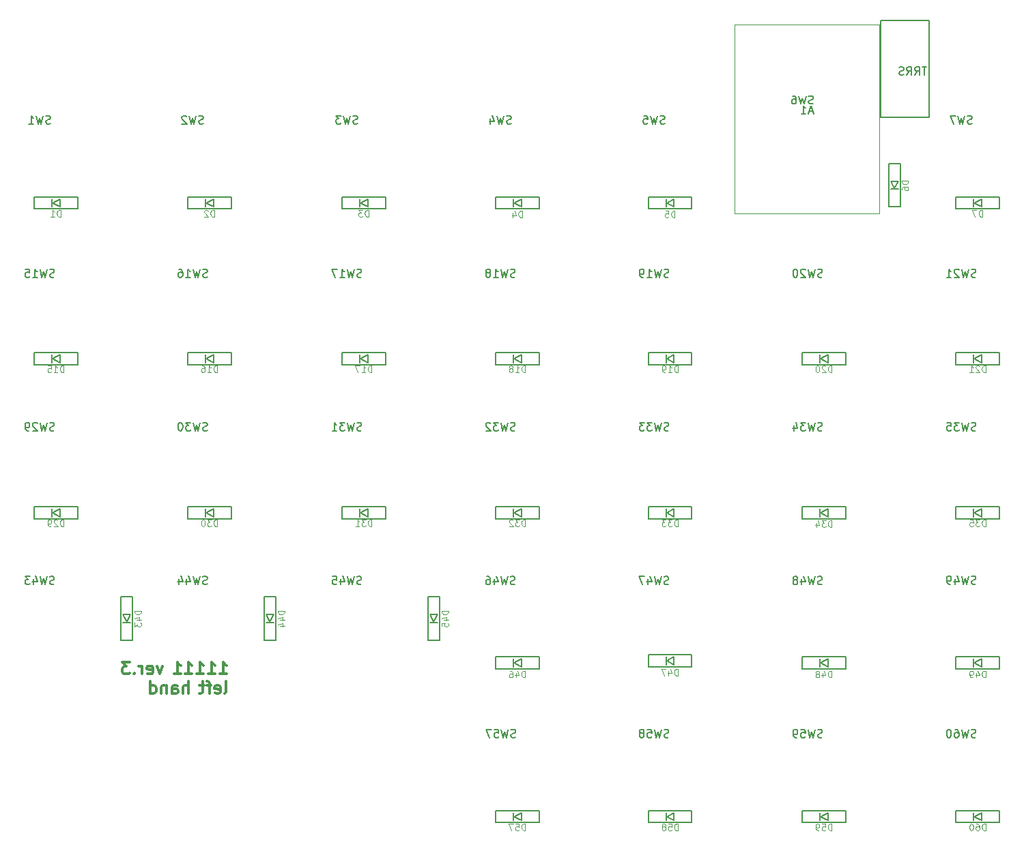
<source format=gbr>
%TF.GenerationSoftware,KiCad,Pcbnew,(7.0.0-0)*%
%TF.CreationDate,2023-04-02T12:13:52+09:00*%
%TF.ProjectId,11111_pcb,31313131-315f-4706-9362-2e6b69636164,rev?*%
%TF.SameCoordinates,Original*%
%TF.FileFunction,Legend,Bot*%
%TF.FilePolarity,Positive*%
%FSLAX46Y46*%
G04 Gerber Fmt 4.6, Leading zero omitted, Abs format (unit mm)*
G04 Created by KiCad (PCBNEW (7.0.0-0)) date 2023-04-02 12:13:52*
%MOMM*%
%LPD*%
G01*
G04 APERTURE LIST*
%ADD10C,0.300000*%
%ADD11C,0.150000*%
%ADD12C,0.125000*%
%ADD13C,0.120000*%
G04 APERTURE END LIST*
D10*
X59817142Y-101637571D02*
X60674285Y-101637571D01*
X60245714Y-101637571D02*
X60245714Y-100137571D01*
X60245714Y-100137571D02*
X60388571Y-100351857D01*
X60388571Y-100351857D02*
X60531428Y-100494714D01*
X60531428Y-100494714D02*
X60674285Y-100566142D01*
X58388571Y-101637571D02*
X59245714Y-101637571D01*
X58817143Y-101637571D02*
X58817143Y-100137571D01*
X58817143Y-100137571D02*
X58960000Y-100351857D01*
X58960000Y-100351857D02*
X59102857Y-100494714D01*
X59102857Y-100494714D02*
X59245714Y-100566142D01*
X56960000Y-101637571D02*
X57817143Y-101637571D01*
X57388572Y-101637571D02*
X57388572Y-100137571D01*
X57388572Y-100137571D02*
X57531429Y-100351857D01*
X57531429Y-100351857D02*
X57674286Y-100494714D01*
X57674286Y-100494714D02*
X57817143Y-100566142D01*
X55531429Y-101637571D02*
X56388572Y-101637571D01*
X55960001Y-101637571D02*
X55960001Y-100137571D01*
X55960001Y-100137571D02*
X56102858Y-100351857D01*
X56102858Y-100351857D02*
X56245715Y-100494714D01*
X56245715Y-100494714D02*
X56388572Y-100566142D01*
X54102858Y-101637571D02*
X54960001Y-101637571D01*
X54531430Y-101637571D02*
X54531430Y-100137571D01*
X54531430Y-100137571D02*
X54674287Y-100351857D01*
X54674287Y-100351857D02*
X54817144Y-100494714D01*
X54817144Y-100494714D02*
X54960001Y-100566142D01*
X52702859Y-100637571D02*
X52345716Y-101637571D01*
X52345716Y-101637571D02*
X51988573Y-100637571D01*
X50845716Y-101566142D02*
X50988573Y-101637571D01*
X50988573Y-101637571D02*
X51274288Y-101637571D01*
X51274288Y-101637571D02*
X51417145Y-101566142D01*
X51417145Y-101566142D02*
X51488573Y-101423285D01*
X51488573Y-101423285D02*
X51488573Y-100851857D01*
X51488573Y-100851857D02*
X51417145Y-100709000D01*
X51417145Y-100709000D02*
X51274288Y-100637571D01*
X51274288Y-100637571D02*
X50988573Y-100637571D01*
X50988573Y-100637571D02*
X50845716Y-100709000D01*
X50845716Y-100709000D02*
X50774288Y-100851857D01*
X50774288Y-100851857D02*
X50774288Y-100994714D01*
X50774288Y-100994714D02*
X51488573Y-101137571D01*
X50131431Y-101637571D02*
X50131431Y-100637571D01*
X50131431Y-100923285D02*
X50060002Y-100780428D01*
X50060002Y-100780428D02*
X49988574Y-100709000D01*
X49988574Y-100709000D02*
X49845716Y-100637571D01*
X49845716Y-100637571D02*
X49702859Y-100637571D01*
X49202860Y-101494714D02*
X49131431Y-101566142D01*
X49131431Y-101566142D02*
X49202860Y-101637571D01*
X49202860Y-101637571D02*
X49274288Y-101566142D01*
X49274288Y-101566142D02*
X49202860Y-101494714D01*
X49202860Y-101494714D02*
X49202860Y-101637571D01*
X48631431Y-100137571D02*
X47702859Y-100137571D01*
X47702859Y-100137571D02*
X48202859Y-100709000D01*
X48202859Y-100709000D02*
X47988574Y-100709000D01*
X47988574Y-100709000D02*
X47845717Y-100780428D01*
X47845717Y-100780428D02*
X47774288Y-100851857D01*
X47774288Y-100851857D02*
X47702859Y-100994714D01*
X47702859Y-100994714D02*
X47702859Y-101351857D01*
X47702859Y-101351857D02*
X47774288Y-101494714D01*
X47774288Y-101494714D02*
X47845717Y-101566142D01*
X47845717Y-101566142D02*
X47988574Y-101637571D01*
X47988574Y-101637571D02*
X48417145Y-101637571D01*
X48417145Y-101637571D02*
X48560002Y-101566142D01*
X48560002Y-101566142D02*
X48631431Y-101494714D01*
X60388571Y-104067571D02*
X60531428Y-103996142D01*
X60531428Y-103996142D02*
X60602857Y-103853285D01*
X60602857Y-103853285D02*
X60602857Y-102567571D01*
X59245714Y-103996142D02*
X59388571Y-104067571D01*
X59388571Y-104067571D02*
X59674286Y-104067571D01*
X59674286Y-104067571D02*
X59817143Y-103996142D01*
X59817143Y-103996142D02*
X59888571Y-103853285D01*
X59888571Y-103853285D02*
X59888571Y-103281857D01*
X59888571Y-103281857D02*
X59817143Y-103139000D01*
X59817143Y-103139000D02*
X59674286Y-103067571D01*
X59674286Y-103067571D02*
X59388571Y-103067571D01*
X59388571Y-103067571D02*
X59245714Y-103139000D01*
X59245714Y-103139000D02*
X59174286Y-103281857D01*
X59174286Y-103281857D02*
X59174286Y-103424714D01*
X59174286Y-103424714D02*
X59888571Y-103567571D01*
X58745714Y-103067571D02*
X58174286Y-103067571D01*
X58531429Y-104067571D02*
X58531429Y-102781857D01*
X58531429Y-102781857D02*
X58460000Y-102639000D01*
X58460000Y-102639000D02*
X58317143Y-102567571D01*
X58317143Y-102567571D02*
X58174286Y-102567571D01*
X57888571Y-103067571D02*
X57317143Y-103067571D01*
X57674286Y-102567571D02*
X57674286Y-103853285D01*
X57674286Y-103853285D02*
X57602857Y-103996142D01*
X57602857Y-103996142D02*
X57460000Y-104067571D01*
X57460000Y-104067571D02*
X57317143Y-104067571D01*
X55917143Y-104067571D02*
X55917143Y-102567571D01*
X55274286Y-104067571D02*
X55274286Y-103281857D01*
X55274286Y-103281857D02*
X55345714Y-103139000D01*
X55345714Y-103139000D02*
X55488571Y-103067571D01*
X55488571Y-103067571D02*
X55702857Y-103067571D01*
X55702857Y-103067571D02*
X55845714Y-103139000D01*
X55845714Y-103139000D02*
X55917143Y-103210428D01*
X53917143Y-104067571D02*
X53917143Y-103281857D01*
X53917143Y-103281857D02*
X53988571Y-103139000D01*
X53988571Y-103139000D02*
X54131428Y-103067571D01*
X54131428Y-103067571D02*
X54417143Y-103067571D01*
X54417143Y-103067571D02*
X54560000Y-103139000D01*
X53917143Y-103996142D02*
X54060000Y-104067571D01*
X54060000Y-104067571D02*
X54417143Y-104067571D01*
X54417143Y-104067571D02*
X54560000Y-103996142D01*
X54560000Y-103996142D02*
X54631428Y-103853285D01*
X54631428Y-103853285D02*
X54631428Y-103710428D01*
X54631428Y-103710428D02*
X54560000Y-103567571D01*
X54560000Y-103567571D02*
X54417143Y-103496142D01*
X54417143Y-103496142D02*
X54060000Y-103496142D01*
X54060000Y-103496142D02*
X53917143Y-103424714D01*
X53202857Y-103067571D02*
X53202857Y-104067571D01*
X53202857Y-103210428D02*
X53131428Y-103139000D01*
X53131428Y-103139000D02*
X52988571Y-103067571D01*
X52988571Y-103067571D02*
X52774285Y-103067571D01*
X52774285Y-103067571D02*
X52631428Y-103139000D01*
X52631428Y-103139000D02*
X52560000Y-103281857D01*
X52560000Y-103281857D02*
X52560000Y-104067571D01*
X51202857Y-104067571D02*
X51202857Y-102567571D01*
X51202857Y-103996142D02*
X51345714Y-104067571D01*
X51345714Y-104067571D02*
X51631428Y-104067571D01*
X51631428Y-104067571D02*
X51774285Y-103996142D01*
X51774285Y-103996142D02*
X51845714Y-103924714D01*
X51845714Y-103924714D02*
X51917142Y-103781857D01*
X51917142Y-103781857D02*
X51917142Y-103353285D01*
X51917142Y-103353285D02*
X51845714Y-103210428D01*
X51845714Y-103210428D02*
X51774285Y-103139000D01*
X51774285Y-103139000D02*
X51631428Y-103067571D01*
X51631428Y-103067571D02*
X51345714Y-103067571D01*
X51345714Y-103067571D02*
X51202857Y-103139000D01*
D11*
%TO.C,SW46*%
X96424523Y-90473561D02*
X96281666Y-90521180D01*
X96281666Y-90521180D02*
X96043571Y-90521180D01*
X96043571Y-90521180D02*
X95948333Y-90473561D01*
X95948333Y-90473561D02*
X95900714Y-90425942D01*
X95900714Y-90425942D02*
X95853095Y-90330704D01*
X95853095Y-90330704D02*
X95853095Y-90235466D01*
X95853095Y-90235466D02*
X95900714Y-90140228D01*
X95900714Y-90140228D02*
X95948333Y-90092609D01*
X95948333Y-90092609D02*
X96043571Y-90044990D01*
X96043571Y-90044990D02*
X96234047Y-89997371D01*
X96234047Y-89997371D02*
X96329285Y-89949752D01*
X96329285Y-89949752D02*
X96376904Y-89902133D01*
X96376904Y-89902133D02*
X96424523Y-89806895D01*
X96424523Y-89806895D02*
X96424523Y-89711657D01*
X96424523Y-89711657D02*
X96376904Y-89616419D01*
X96376904Y-89616419D02*
X96329285Y-89568800D01*
X96329285Y-89568800D02*
X96234047Y-89521180D01*
X96234047Y-89521180D02*
X95995952Y-89521180D01*
X95995952Y-89521180D02*
X95853095Y-89568800D01*
X95519761Y-89521180D02*
X95281666Y-90521180D01*
X95281666Y-90521180D02*
X95091190Y-89806895D01*
X95091190Y-89806895D02*
X94900714Y-90521180D01*
X94900714Y-90521180D02*
X94662619Y-89521180D01*
X93853095Y-89854514D02*
X93853095Y-90521180D01*
X94091190Y-89473561D02*
X94329285Y-90187847D01*
X94329285Y-90187847D02*
X93710238Y-90187847D01*
X92900714Y-89521180D02*
X93091190Y-89521180D01*
X93091190Y-89521180D02*
X93186428Y-89568800D01*
X93186428Y-89568800D02*
X93234047Y-89616419D01*
X93234047Y-89616419D02*
X93329285Y-89759276D01*
X93329285Y-89759276D02*
X93376904Y-89949752D01*
X93376904Y-89949752D02*
X93376904Y-90330704D01*
X93376904Y-90330704D02*
X93329285Y-90425942D01*
X93329285Y-90425942D02*
X93281666Y-90473561D01*
X93281666Y-90473561D02*
X93186428Y-90521180D01*
X93186428Y-90521180D02*
X92995952Y-90521180D01*
X92995952Y-90521180D02*
X92900714Y-90473561D01*
X92900714Y-90473561D02*
X92853095Y-90425942D01*
X92853095Y-90425942D02*
X92805476Y-90330704D01*
X92805476Y-90330704D02*
X92805476Y-90092609D01*
X92805476Y-90092609D02*
X92853095Y-89997371D01*
X92853095Y-89997371D02*
X92900714Y-89949752D01*
X92900714Y-89949752D02*
X92995952Y-89902133D01*
X92995952Y-89902133D02*
X93186428Y-89902133D01*
X93186428Y-89902133D02*
X93281666Y-89949752D01*
X93281666Y-89949752D02*
X93329285Y-89997371D01*
X93329285Y-89997371D02*
X93376904Y-90092609D01*
D12*
%TO.C,D33*%
X116626428Y-83283904D02*
X116626428Y-82483904D01*
X116626428Y-82483904D02*
X116435952Y-82483904D01*
X116435952Y-82483904D02*
X116321666Y-82522000D01*
X116321666Y-82522000D02*
X116245476Y-82598190D01*
X116245476Y-82598190D02*
X116207381Y-82674380D01*
X116207381Y-82674380D02*
X116169285Y-82826761D01*
X116169285Y-82826761D02*
X116169285Y-82941047D01*
X116169285Y-82941047D02*
X116207381Y-83093428D01*
X116207381Y-83093428D02*
X116245476Y-83169619D01*
X116245476Y-83169619D02*
X116321666Y-83245809D01*
X116321666Y-83245809D02*
X116435952Y-83283904D01*
X116435952Y-83283904D02*
X116626428Y-83283904D01*
X115902619Y-82483904D02*
X115407381Y-82483904D01*
X115407381Y-82483904D02*
X115674047Y-82788666D01*
X115674047Y-82788666D02*
X115559762Y-82788666D01*
X115559762Y-82788666D02*
X115483571Y-82826761D01*
X115483571Y-82826761D02*
X115445476Y-82864857D01*
X115445476Y-82864857D02*
X115407381Y-82941047D01*
X115407381Y-82941047D02*
X115407381Y-83131523D01*
X115407381Y-83131523D02*
X115445476Y-83207714D01*
X115445476Y-83207714D02*
X115483571Y-83245809D01*
X115483571Y-83245809D02*
X115559762Y-83283904D01*
X115559762Y-83283904D02*
X115788333Y-83283904D01*
X115788333Y-83283904D02*
X115864524Y-83245809D01*
X115864524Y-83245809D02*
X115902619Y-83207714D01*
X115140714Y-82483904D02*
X114645476Y-82483904D01*
X114645476Y-82483904D02*
X114912142Y-82788666D01*
X114912142Y-82788666D02*
X114797857Y-82788666D01*
X114797857Y-82788666D02*
X114721666Y-82826761D01*
X114721666Y-82826761D02*
X114683571Y-82864857D01*
X114683571Y-82864857D02*
X114645476Y-82941047D01*
X114645476Y-82941047D02*
X114645476Y-83131523D01*
X114645476Y-83131523D02*
X114683571Y-83207714D01*
X114683571Y-83207714D02*
X114721666Y-83245809D01*
X114721666Y-83245809D02*
X114797857Y-83283904D01*
X114797857Y-83283904D02*
X115026428Y-83283904D01*
X115026428Y-83283904D02*
X115102619Y-83245809D01*
X115102619Y-83245809D02*
X115140714Y-83207714D01*
%TO.C,D43*%
X50058904Y-93773571D02*
X49258904Y-93773571D01*
X49258904Y-93773571D02*
X49258904Y-93964047D01*
X49258904Y-93964047D02*
X49297000Y-94078333D01*
X49297000Y-94078333D02*
X49373190Y-94154523D01*
X49373190Y-94154523D02*
X49449380Y-94192618D01*
X49449380Y-94192618D02*
X49601761Y-94230714D01*
X49601761Y-94230714D02*
X49716047Y-94230714D01*
X49716047Y-94230714D02*
X49868428Y-94192618D01*
X49868428Y-94192618D02*
X49944619Y-94154523D01*
X49944619Y-94154523D02*
X50020809Y-94078333D01*
X50020809Y-94078333D02*
X50058904Y-93964047D01*
X50058904Y-93964047D02*
X50058904Y-93773571D01*
X49525571Y-94916428D02*
X50058904Y-94916428D01*
X49220809Y-94725952D02*
X49792238Y-94535475D01*
X49792238Y-94535475D02*
X49792238Y-95030714D01*
X49258904Y-95259285D02*
X49258904Y-95754523D01*
X49258904Y-95754523D02*
X49563666Y-95487857D01*
X49563666Y-95487857D02*
X49563666Y-95602142D01*
X49563666Y-95602142D02*
X49601761Y-95678333D01*
X49601761Y-95678333D02*
X49639857Y-95716428D01*
X49639857Y-95716428D02*
X49716047Y-95754523D01*
X49716047Y-95754523D02*
X49906523Y-95754523D01*
X49906523Y-95754523D02*
X49982714Y-95716428D01*
X49982714Y-95716428D02*
X50020809Y-95678333D01*
X50020809Y-95678333D02*
X50058904Y-95602142D01*
X50058904Y-95602142D02*
X50058904Y-95373571D01*
X50058904Y-95373571D02*
X50020809Y-95297380D01*
X50020809Y-95297380D02*
X49982714Y-95259285D01*
%TO.C,D60*%
X154771428Y-121033904D02*
X154771428Y-120233904D01*
X154771428Y-120233904D02*
X154580952Y-120233904D01*
X154580952Y-120233904D02*
X154466666Y-120272000D01*
X154466666Y-120272000D02*
X154390476Y-120348190D01*
X154390476Y-120348190D02*
X154352381Y-120424380D01*
X154352381Y-120424380D02*
X154314285Y-120576761D01*
X154314285Y-120576761D02*
X154314285Y-120691047D01*
X154314285Y-120691047D02*
X154352381Y-120843428D01*
X154352381Y-120843428D02*
X154390476Y-120919619D01*
X154390476Y-120919619D02*
X154466666Y-120995809D01*
X154466666Y-120995809D02*
X154580952Y-121033904D01*
X154580952Y-121033904D02*
X154771428Y-121033904D01*
X153628571Y-120233904D02*
X153780952Y-120233904D01*
X153780952Y-120233904D02*
X153857143Y-120272000D01*
X153857143Y-120272000D02*
X153895238Y-120310095D01*
X153895238Y-120310095D02*
X153971428Y-120424380D01*
X153971428Y-120424380D02*
X154009524Y-120576761D01*
X154009524Y-120576761D02*
X154009524Y-120881523D01*
X154009524Y-120881523D02*
X153971428Y-120957714D01*
X153971428Y-120957714D02*
X153933333Y-120995809D01*
X153933333Y-120995809D02*
X153857143Y-121033904D01*
X153857143Y-121033904D02*
X153704762Y-121033904D01*
X153704762Y-121033904D02*
X153628571Y-120995809D01*
X153628571Y-120995809D02*
X153590476Y-120957714D01*
X153590476Y-120957714D02*
X153552381Y-120881523D01*
X153552381Y-120881523D02*
X153552381Y-120691047D01*
X153552381Y-120691047D02*
X153590476Y-120614857D01*
X153590476Y-120614857D02*
X153628571Y-120576761D01*
X153628571Y-120576761D02*
X153704762Y-120538666D01*
X153704762Y-120538666D02*
X153857143Y-120538666D01*
X153857143Y-120538666D02*
X153933333Y-120576761D01*
X153933333Y-120576761D02*
X153971428Y-120614857D01*
X153971428Y-120614857D02*
X154009524Y-120691047D01*
X153057142Y-120233904D02*
X152980952Y-120233904D01*
X152980952Y-120233904D02*
X152904761Y-120272000D01*
X152904761Y-120272000D02*
X152866666Y-120310095D01*
X152866666Y-120310095D02*
X152828571Y-120386285D01*
X152828571Y-120386285D02*
X152790476Y-120538666D01*
X152790476Y-120538666D02*
X152790476Y-120729142D01*
X152790476Y-120729142D02*
X152828571Y-120881523D01*
X152828571Y-120881523D02*
X152866666Y-120957714D01*
X152866666Y-120957714D02*
X152904761Y-120995809D01*
X152904761Y-120995809D02*
X152980952Y-121033904D01*
X152980952Y-121033904D02*
X153057142Y-121033904D01*
X153057142Y-121033904D02*
X153133333Y-120995809D01*
X153133333Y-120995809D02*
X153171428Y-120957714D01*
X153171428Y-120957714D02*
X153209523Y-120881523D01*
X153209523Y-120881523D02*
X153247619Y-120729142D01*
X153247619Y-120729142D02*
X153247619Y-120538666D01*
X153247619Y-120538666D02*
X153209523Y-120386285D01*
X153209523Y-120386285D02*
X153171428Y-120310095D01*
X153171428Y-120310095D02*
X153133333Y-120272000D01*
X153133333Y-120272000D02*
X153057142Y-120233904D01*
%TO.C,D18*%
X97686428Y-64153904D02*
X97686428Y-63353904D01*
X97686428Y-63353904D02*
X97495952Y-63353904D01*
X97495952Y-63353904D02*
X97381666Y-63392000D01*
X97381666Y-63392000D02*
X97305476Y-63468190D01*
X97305476Y-63468190D02*
X97267381Y-63544380D01*
X97267381Y-63544380D02*
X97229285Y-63696761D01*
X97229285Y-63696761D02*
X97229285Y-63811047D01*
X97229285Y-63811047D02*
X97267381Y-63963428D01*
X97267381Y-63963428D02*
X97305476Y-64039619D01*
X97305476Y-64039619D02*
X97381666Y-64115809D01*
X97381666Y-64115809D02*
X97495952Y-64153904D01*
X97495952Y-64153904D02*
X97686428Y-64153904D01*
X96467381Y-64153904D02*
X96924524Y-64153904D01*
X96695952Y-64153904D02*
X96695952Y-63353904D01*
X96695952Y-63353904D02*
X96772143Y-63468190D01*
X96772143Y-63468190D02*
X96848333Y-63544380D01*
X96848333Y-63544380D02*
X96924524Y-63582476D01*
X96010238Y-63696761D02*
X96086428Y-63658666D01*
X96086428Y-63658666D02*
X96124523Y-63620571D01*
X96124523Y-63620571D02*
X96162619Y-63544380D01*
X96162619Y-63544380D02*
X96162619Y-63506285D01*
X96162619Y-63506285D02*
X96124523Y-63430095D01*
X96124523Y-63430095D02*
X96086428Y-63392000D01*
X96086428Y-63392000D02*
X96010238Y-63353904D01*
X96010238Y-63353904D02*
X95857857Y-63353904D01*
X95857857Y-63353904D02*
X95781666Y-63392000D01*
X95781666Y-63392000D02*
X95743571Y-63430095D01*
X95743571Y-63430095D02*
X95705476Y-63506285D01*
X95705476Y-63506285D02*
X95705476Y-63544380D01*
X95705476Y-63544380D02*
X95743571Y-63620571D01*
X95743571Y-63620571D02*
X95781666Y-63658666D01*
X95781666Y-63658666D02*
X95857857Y-63696761D01*
X95857857Y-63696761D02*
X96010238Y-63696761D01*
X96010238Y-63696761D02*
X96086428Y-63734857D01*
X96086428Y-63734857D02*
X96124523Y-63772952D01*
X96124523Y-63772952D02*
X96162619Y-63849142D01*
X96162619Y-63849142D02*
X96162619Y-64001523D01*
X96162619Y-64001523D02*
X96124523Y-64077714D01*
X96124523Y-64077714D02*
X96086428Y-64115809D01*
X96086428Y-64115809D02*
X96010238Y-64153904D01*
X96010238Y-64153904D02*
X95857857Y-64153904D01*
X95857857Y-64153904D02*
X95781666Y-64115809D01*
X95781666Y-64115809D02*
X95743571Y-64077714D01*
X95743571Y-64077714D02*
X95705476Y-64001523D01*
X95705476Y-64001523D02*
X95705476Y-63849142D01*
X95705476Y-63849142D02*
X95743571Y-63772952D01*
X95743571Y-63772952D02*
X95781666Y-63734857D01*
X95781666Y-63734857D02*
X95857857Y-63696761D01*
%TO.C,D16*%
X59486428Y-64153904D02*
X59486428Y-63353904D01*
X59486428Y-63353904D02*
X59295952Y-63353904D01*
X59295952Y-63353904D02*
X59181666Y-63392000D01*
X59181666Y-63392000D02*
X59105476Y-63468190D01*
X59105476Y-63468190D02*
X59067381Y-63544380D01*
X59067381Y-63544380D02*
X59029285Y-63696761D01*
X59029285Y-63696761D02*
X59029285Y-63811047D01*
X59029285Y-63811047D02*
X59067381Y-63963428D01*
X59067381Y-63963428D02*
X59105476Y-64039619D01*
X59105476Y-64039619D02*
X59181666Y-64115809D01*
X59181666Y-64115809D02*
X59295952Y-64153904D01*
X59295952Y-64153904D02*
X59486428Y-64153904D01*
X58267381Y-64153904D02*
X58724524Y-64153904D01*
X58495952Y-64153904D02*
X58495952Y-63353904D01*
X58495952Y-63353904D02*
X58572143Y-63468190D01*
X58572143Y-63468190D02*
X58648333Y-63544380D01*
X58648333Y-63544380D02*
X58724524Y-63582476D01*
X57581666Y-63353904D02*
X57734047Y-63353904D01*
X57734047Y-63353904D02*
X57810238Y-63392000D01*
X57810238Y-63392000D02*
X57848333Y-63430095D01*
X57848333Y-63430095D02*
X57924523Y-63544380D01*
X57924523Y-63544380D02*
X57962619Y-63696761D01*
X57962619Y-63696761D02*
X57962619Y-64001523D01*
X57962619Y-64001523D02*
X57924523Y-64077714D01*
X57924523Y-64077714D02*
X57886428Y-64115809D01*
X57886428Y-64115809D02*
X57810238Y-64153904D01*
X57810238Y-64153904D02*
X57657857Y-64153904D01*
X57657857Y-64153904D02*
X57581666Y-64115809D01*
X57581666Y-64115809D02*
X57543571Y-64077714D01*
X57543571Y-64077714D02*
X57505476Y-64001523D01*
X57505476Y-64001523D02*
X57505476Y-63811047D01*
X57505476Y-63811047D02*
X57543571Y-63734857D01*
X57543571Y-63734857D02*
X57581666Y-63696761D01*
X57581666Y-63696761D02*
X57657857Y-63658666D01*
X57657857Y-63658666D02*
X57810238Y-63658666D01*
X57810238Y-63658666D02*
X57886428Y-63696761D01*
X57886428Y-63696761D02*
X57924523Y-63734857D01*
X57924523Y-63734857D02*
X57962619Y-63811047D01*
%TO.C,D6*%
X145203904Y-40354324D02*
X144403904Y-40354324D01*
X144403904Y-40354324D02*
X144403904Y-40544800D01*
X144403904Y-40544800D02*
X144442000Y-40659086D01*
X144442000Y-40659086D02*
X144518190Y-40735276D01*
X144518190Y-40735276D02*
X144594380Y-40773371D01*
X144594380Y-40773371D02*
X144746761Y-40811467D01*
X144746761Y-40811467D02*
X144861047Y-40811467D01*
X144861047Y-40811467D02*
X145013428Y-40773371D01*
X145013428Y-40773371D02*
X145089619Y-40735276D01*
X145089619Y-40735276D02*
X145165809Y-40659086D01*
X145165809Y-40659086D02*
X145203904Y-40544800D01*
X145203904Y-40544800D02*
X145203904Y-40354324D01*
X144403904Y-41497181D02*
X144403904Y-41344800D01*
X144403904Y-41344800D02*
X144442000Y-41268609D01*
X144442000Y-41268609D02*
X144480095Y-41230514D01*
X144480095Y-41230514D02*
X144594380Y-41154324D01*
X144594380Y-41154324D02*
X144746761Y-41116228D01*
X144746761Y-41116228D02*
X145051523Y-41116228D01*
X145051523Y-41116228D02*
X145127714Y-41154324D01*
X145127714Y-41154324D02*
X145165809Y-41192419D01*
X145165809Y-41192419D02*
X145203904Y-41268609D01*
X145203904Y-41268609D02*
X145203904Y-41420990D01*
X145203904Y-41420990D02*
X145165809Y-41497181D01*
X145165809Y-41497181D02*
X145127714Y-41535276D01*
X145127714Y-41535276D02*
X145051523Y-41573371D01*
X145051523Y-41573371D02*
X144861047Y-41573371D01*
X144861047Y-41573371D02*
X144784857Y-41535276D01*
X144784857Y-41535276D02*
X144746761Y-41497181D01*
X144746761Y-41497181D02*
X144708666Y-41420990D01*
X144708666Y-41420990D02*
X144708666Y-41268609D01*
X144708666Y-41268609D02*
X144746761Y-41192419D01*
X144746761Y-41192419D02*
X144784857Y-41154324D01*
X144784857Y-41154324D02*
X144861047Y-41116228D01*
%TO.C,D17*%
X78636428Y-64153904D02*
X78636428Y-63353904D01*
X78636428Y-63353904D02*
X78445952Y-63353904D01*
X78445952Y-63353904D02*
X78331666Y-63392000D01*
X78331666Y-63392000D02*
X78255476Y-63468190D01*
X78255476Y-63468190D02*
X78217381Y-63544380D01*
X78217381Y-63544380D02*
X78179285Y-63696761D01*
X78179285Y-63696761D02*
X78179285Y-63811047D01*
X78179285Y-63811047D02*
X78217381Y-63963428D01*
X78217381Y-63963428D02*
X78255476Y-64039619D01*
X78255476Y-64039619D02*
X78331666Y-64115809D01*
X78331666Y-64115809D02*
X78445952Y-64153904D01*
X78445952Y-64153904D02*
X78636428Y-64153904D01*
X77417381Y-64153904D02*
X77874524Y-64153904D01*
X77645952Y-64153904D02*
X77645952Y-63353904D01*
X77645952Y-63353904D02*
X77722143Y-63468190D01*
X77722143Y-63468190D02*
X77798333Y-63544380D01*
X77798333Y-63544380D02*
X77874524Y-63582476D01*
X77150714Y-63353904D02*
X76617380Y-63353904D01*
X76617380Y-63353904D02*
X76960238Y-64153904D01*
D11*
%TO.C,J1*%
X147485854Y-26267380D02*
X146914426Y-26267380D01*
X147200140Y-27267380D02*
X147200140Y-26267380D01*
X146009664Y-27267380D02*
X146342997Y-26791190D01*
X146581092Y-27267380D02*
X146581092Y-26267380D01*
X146581092Y-26267380D02*
X146200140Y-26267380D01*
X146200140Y-26267380D02*
X146104902Y-26315000D01*
X146104902Y-26315000D02*
X146057283Y-26362619D01*
X146057283Y-26362619D02*
X146009664Y-26457857D01*
X146009664Y-26457857D02*
X146009664Y-26600714D01*
X146009664Y-26600714D02*
X146057283Y-26695952D01*
X146057283Y-26695952D02*
X146104902Y-26743571D01*
X146104902Y-26743571D02*
X146200140Y-26791190D01*
X146200140Y-26791190D02*
X146581092Y-26791190D01*
X145009664Y-27267380D02*
X145342997Y-26791190D01*
X145581092Y-27267380D02*
X145581092Y-26267380D01*
X145581092Y-26267380D02*
X145200140Y-26267380D01*
X145200140Y-26267380D02*
X145104902Y-26315000D01*
X145104902Y-26315000D02*
X145057283Y-26362619D01*
X145057283Y-26362619D02*
X145009664Y-26457857D01*
X145009664Y-26457857D02*
X145009664Y-26600714D01*
X145009664Y-26600714D02*
X145057283Y-26695952D01*
X145057283Y-26695952D02*
X145104902Y-26743571D01*
X145104902Y-26743571D02*
X145200140Y-26791190D01*
X145200140Y-26791190D02*
X145581092Y-26791190D01*
X144628711Y-27219761D02*
X144485854Y-27267380D01*
X144485854Y-27267380D02*
X144247759Y-27267380D01*
X144247759Y-27267380D02*
X144152521Y-27219761D01*
X144152521Y-27219761D02*
X144104902Y-27172142D01*
X144104902Y-27172142D02*
X144057283Y-27076904D01*
X144057283Y-27076904D02*
X144057283Y-26981666D01*
X144057283Y-26981666D02*
X144104902Y-26886428D01*
X144104902Y-26886428D02*
X144152521Y-26838809D01*
X144152521Y-26838809D02*
X144247759Y-26791190D01*
X144247759Y-26791190D02*
X144438235Y-26743571D01*
X144438235Y-26743571D02*
X144533473Y-26695952D01*
X144533473Y-26695952D02*
X144581092Y-26648333D01*
X144581092Y-26648333D02*
X144628711Y-26553095D01*
X144628711Y-26553095D02*
X144628711Y-26457857D01*
X144628711Y-26457857D02*
X144581092Y-26362619D01*
X144581092Y-26362619D02*
X144533473Y-26315000D01*
X144533473Y-26315000D02*
X144438235Y-26267380D01*
X144438235Y-26267380D02*
X144200140Y-26267380D01*
X144200140Y-26267380D02*
X144057283Y-26315000D01*
D12*
%TO.C,D21*%
X154771428Y-64153904D02*
X154771428Y-63353904D01*
X154771428Y-63353904D02*
X154580952Y-63353904D01*
X154580952Y-63353904D02*
X154466666Y-63392000D01*
X154466666Y-63392000D02*
X154390476Y-63468190D01*
X154390476Y-63468190D02*
X154352381Y-63544380D01*
X154352381Y-63544380D02*
X154314285Y-63696761D01*
X154314285Y-63696761D02*
X154314285Y-63811047D01*
X154314285Y-63811047D02*
X154352381Y-63963428D01*
X154352381Y-63963428D02*
X154390476Y-64039619D01*
X154390476Y-64039619D02*
X154466666Y-64115809D01*
X154466666Y-64115809D02*
X154580952Y-64153904D01*
X154580952Y-64153904D02*
X154771428Y-64153904D01*
X154009524Y-63430095D02*
X153971428Y-63392000D01*
X153971428Y-63392000D02*
X153895238Y-63353904D01*
X153895238Y-63353904D02*
X153704762Y-63353904D01*
X153704762Y-63353904D02*
X153628571Y-63392000D01*
X153628571Y-63392000D02*
X153590476Y-63430095D01*
X153590476Y-63430095D02*
X153552381Y-63506285D01*
X153552381Y-63506285D02*
X153552381Y-63582476D01*
X153552381Y-63582476D02*
X153590476Y-63696761D01*
X153590476Y-63696761D02*
X154047619Y-64153904D01*
X154047619Y-64153904D02*
X153552381Y-64153904D01*
X152790476Y-64153904D02*
X153247619Y-64153904D01*
X153019047Y-64153904D02*
X153019047Y-63353904D01*
X153019047Y-63353904D02*
X153095238Y-63468190D01*
X153095238Y-63468190D02*
X153171428Y-63544380D01*
X153171428Y-63544380D02*
X153247619Y-63582476D01*
D11*
%TO.C,SW34*%
X134524523Y-71379761D02*
X134381666Y-71427380D01*
X134381666Y-71427380D02*
X134143571Y-71427380D01*
X134143571Y-71427380D02*
X134048333Y-71379761D01*
X134048333Y-71379761D02*
X134000714Y-71332142D01*
X134000714Y-71332142D02*
X133953095Y-71236904D01*
X133953095Y-71236904D02*
X133953095Y-71141666D01*
X133953095Y-71141666D02*
X134000714Y-71046428D01*
X134000714Y-71046428D02*
X134048333Y-70998809D01*
X134048333Y-70998809D02*
X134143571Y-70951190D01*
X134143571Y-70951190D02*
X134334047Y-70903571D01*
X134334047Y-70903571D02*
X134429285Y-70855952D01*
X134429285Y-70855952D02*
X134476904Y-70808333D01*
X134476904Y-70808333D02*
X134524523Y-70713095D01*
X134524523Y-70713095D02*
X134524523Y-70617857D01*
X134524523Y-70617857D02*
X134476904Y-70522619D01*
X134476904Y-70522619D02*
X134429285Y-70475000D01*
X134429285Y-70475000D02*
X134334047Y-70427380D01*
X134334047Y-70427380D02*
X134095952Y-70427380D01*
X134095952Y-70427380D02*
X133953095Y-70475000D01*
X133619761Y-70427380D02*
X133381666Y-71427380D01*
X133381666Y-71427380D02*
X133191190Y-70713095D01*
X133191190Y-70713095D02*
X133000714Y-71427380D01*
X133000714Y-71427380D02*
X132762619Y-70427380D01*
X132476904Y-70427380D02*
X131857857Y-70427380D01*
X131857857Y-70427380D02*
X132191190Y-70808333D01*
X132191190Y-70808333D02*
X132048333Y-70808333D01*
X132048333Y-70808333D02*
X131953095Y-70855952D01*
X131953095Y-70855952D02*
X131905476Y-70903571D01*
X131905476Y-70903571D02*
X131857857Y-70998809D01*
X131857857Y-70998809D02*
X131857857Y-71236904D01*
X131857857Y-71236904D02*
X131905476Y-71332142D01*
X131905476Y-71332142D02*
X131953095Y-71379761D01*
X131953095Y-71379761D02*
X132048333Y-71427380D01*
X132048333Y-71427380D02*
X132334047Y-71427380D01*
X132334047Y-71427380D02*
X132429285Y-71379761D01*
X132429285Y-71379761D02*
X132476904Y-71332142D01*
X131000714Y-70760714D02*
X131000714Y-71427380D01*
X131238809Y-70379761D02*
X131476904Y-71094047D01*
X131476904Y-71094047D02*
X130857857Y-71094047D01*
%TO.C,SW15*%
X39274523Y-52329761D02*
X39131666Y-52377380D01*
X39131666Y-52377380D02*
X38893571Y-52377380D01*
X38893571Y-52377380D02*
X38798333Y-52329761D01*
X38798333Y-52329761D02*
X38750714Y-52282142D01*
X38750714Y-52282142D02*
X38703095Y-52186904D01*
X38703095Y-52186904D02*
X38703095Y-52091666D01*
X38703095Y-52091666D02*
X38750714Y-51996428D01*
X38750714Y-51996428D02*
X38798333Y-51948809D01*
X38798333Y-51948809D02*
X38893571Y-51901190D01*
X38893571Y-51901190D02*
X39084047Y-51853571D01*
X39084047Y-51853571D02*
X39179285Y-51805952D01*
X39179285Y-51805952D02*
X39226904Y-51758333D01*
X39226904Y-51758333D02*
X39274523Y-51663095D01*
X39274523Y-51663095D02*
X39274523Y-51567857D01*
X39274523Y-51567857D02*
X39226904Y-51472619D01*
X39226904Y-51472619D02*
X39179285Y-51425000D01*
X39179285Y-51425000D02*
X39084047Y-51377380D01*
X39084047Y-51377380D02*
X38845952Y-51377380D01*
X38845952Y-51377380D02*
X38703095Y-51425000D01*
X38369761Y-51377380D02*
X38131666Y-52377380D01*
X38131666Y-52377380D02*
X37941190Y-51663095D01*
X37941190Y-51663095D02*
X37750714Y-52377380D01*
X37750714Y-52377380D02*
X37512619Y-51377380D01*
X36607857Y-52377380D02*
X37179285Y-52377380D01*
X36893571Y-52377380D02*
X36893571Y-51377380D01*
X36893571Y-51377380D02*
X36988809Y-51520238D01*
X36988809Y-51520238D02*
X37084047Y-51615476D01*
X37084047Y-51615476D02*
X37179285Y-51663095D01*
X35703095Y-51377380D02*
X36179285Y-51377380D01*
X36179285Y-51377380D02*
X36226904Y-51853571D01*
X36226904Y-51853571D02*
X36179285Y-51805952D01*
X36179285Y-51805952D02*
X36084047Y-51758333D01*
X36084047Y-51758333D02*
X35845952Y-51758333D01*
X35845952Y-51758333D02*
X35750714Y-51805952D01*
X35750714Y-51805952D02*
X35703095Y-51853571D01*
X35703095Y-51853571D02*
X35655476Y-51948809D01*
X35655476Y-51948809D02*
X35655476Y-52186904D01*
X35655476Y-52186904D02*
X35703095Y-52282142D01*
X35703095Y-52282142D02*
X35750714Y-52329761D01*
X35750714Y-52329761D02*
X35845952Y-52377380D01*
X35845952Y-52377380D02*
X36084047Y-52377380D01*
X36084047Y-52377380D02*
X36179285Y-52329761D01*
X36179285Y-52329761D02*
X36226904Y-52282142D01*
%TO.C,SW45*%
X77374523Y-90448161D02*
X77231666Y-90495780D01*
X77231666Y-90495780D02*
X76993571Y-90495780D01*
X76993571Y-90495780D02*
X76898333Y-90448161D01*
X76898333Y-90448161D02*
X76850714Y-90400542D01*
X76850714Y-90400542D02*
X76803095Y-90305304D01*
X76803095Y-90305304D02*
X76803095Y-90210066D01*
X76803095Y-90210066D02*
X76850714Y-90114828D01*
X76850714Y-90114828D02*
X76898333Y-90067209D01*
X76898333Y-90067209D02*
X76993571Y-90019590D01*
X76993571Y-90019590D02*
X77184047Y-89971971D01*
X77184047Y-89971971D02*
X77279285Y-89924352D01*
X77279285Y-89924352D02*
X77326904Y-89876733D01*
X77326904Y-89876733D02*
X77374523Y-89781495D01*
X77374523Y-89781495D02*
X77374523Y-89686257D01*
X77374523Y-89686257D02*
X77326904Y-89591019D01*
X77326904Y-89591019D02*
X77279285Y-89543400D01*
X77279285Y-89543400D02*
X77184047Y-89495780D01*
X77184047Y-89495780D02*
X76945952Y-89495780D01*
X76945952Y-89495780D02*
X76803095Y-89543400D01*
X76469761Y-89495780D02*
X76231666Y-90495780D01*
X76231666Y-90495780D02*
X76041190Y-89781495D01*
X76041190Y-89781495D02*
X75850714Y-90495780D01*
X75850714Y-90495780D02*
X75612619Y-89495780D01*
X74803095Y-89829114D02*
X74803095Y-90495780D01*
X75041190Y-89448161D02*
X75279285Y-90162447D01*
X75279285Y-90162447D02*
X74660238Y-90162447D01*
X73803095Y-89495780D02*
X74279285Y-89495780D01*
X74279285Y-89495780D02*
X74326904Y-89971971D01*
X74326904Y-89971971D02*
X74279285Y-89924352D01*
X74279285Y-89924352D02*
X74184047Y-89876733D01*
X74184047Y-89876733D02*
X73945952Y-89876733D01*
X73945952Y-89876733D02*
X73850714Y-89924352D01*
X73850714Y-89924352D02*
X73803095Y-89971971D01*
X73803095Y-89971971D02*
X73755476Y-90067209D01*
X73755476Y-90067209D02*
X73755476Y-90305304D01*
X73755476Y-90305304D02*
X73803095Y-90400542D01*
X73803095Y-90400542D02*
X73850714Y-90448161D01*
X73850714Y-90448161D02*
X73945952Y-90495780D01*
X73945952Y-90495780D02*
X74184047Y-90495780D01*
X74184047Y-90495780D02*
X74279285Y-90448161D01*
X74279285Y-90448161D02*
X74326904Y-90400542D01*
%TO.C,SW57*%
X96484523Y-109479761D02*
X96341666Y-109527380D01*
X96341666Y-109527380D02*
X96103571Y-109527380D01*
X96103571Y-109527380D02*
X96008333Y-109479761D01*
X96008333Y-109479761D02*
X95960714Y-109432142D01*
X95960714Y-109432142D02*
X95913095Y-109336904D01*
X95913095Y-109336904D02*
X95913095Y-109241666D01*
X95913095Y-109241666D02*
X95960714Y-109146428D01*
X95960714Y-109146428D02*
X96008333Y-109098809D01*
X96008333Y-109098809D02*
X96103571Y-109051190D01*
X96103571Y-109051190D02*
X96294047Y-109003571D01*
X96294047Y-109003571D02*
X96389285Y-108955952D01*
X96389285Y-108955952D02*
X96436904Y-108908333D01*
X96436904Y-108908333D02*
X96484523Y-108813095D01*
X96484523Y-108813095D02*
X96484523Y-108717857D01*
X96484523Y-108717857D02*
X96436904Y-108622619D01*
X96436904Y-108622619D02*
X96389285Y-108575000D01*
X96389285Y-108575000D02*
X96294047Y-108527380D01*
X96294047Y-108527380D02*
X96055952Y-108527380D01*
X96055952Y-108527380D02*
X95913095Y-108575000D01*
X95579761Y-108527380D02*
X95341666Y-109527380D01*
X95341666Y-109527380D02*
X95151190Y-108813095D01*
X95151190Y-108813095D02*
X94960714Y-109527380D01*
X94960714Y-109527380D02*
X94722619Y-108527380D01*
X93865476Y-108527380D02*
X94341666Y-108527380D01*
X94341666Y-108527380D02*
X94389285Y-109003571D01*
X94389285Y-109003571D02*
X94341666Y-108955952D01*
X94341666Y-108955952D02*
X94246428Y-108908333D01*
X94246428Y-108908333D02*
X94008333Y-108908333D01*
X94008333Y-108908333D02*
X93913095Y-108955952D01*
X93913095Y-108955952D02*
X93865476Y-109003571D01*
X93865476Y-109003571D02*
X93817857Y-109098809D01*
X93817857Y-109098809D02*
X93817857Y-109336904D01*
X93817857Y-109336904D02*
X93865476Y-109432142D01*
X93865476Y-109432142D02*
X93913095Y-109479761D01*
X93913095Y-109479761D02*
X94008333Y-109527380D01*
X94008333Y-109527380D02*
X94246428Y-109527380D01*
X94246428Y-109527380D02*
X94341666Y-109479761D01*
X94341666Y-109479761D02*
X94389285Y-109432142D01*
X93484523Y-108527380D02*
X92817857Y-108527380D01*
X92817857Y-108527380D02*
X93246428Y-109527380D01*
%TO.C,SW1*%
X38798332Y-33279761D02*
X38655475Y-33327380D01*
X38655475Y-33327380D02*
X38417380Y-33327380D01*
X38417380Y-33327380D02*
X38322142Y-33279761D01*
X38322142Y-33279761D02*
X38274523Y-33232142D01*
X38274523Y-33232142D02*
X38226904Y-33136904D01*
X38226904Y-33136904D02*
X38226904Y-33041666D01*
X38226904Y-33041666D02*
X38274523Y-32946428D01*
X38274523Y-32946428D02*
X38322142Y-32898809D01*
X38322142Y-32898809D02*
X38417380Y-32851190D01*
X38417380Y-32851190D02*
X38607856Y-32803571D01*
X38607856Y-32803571D02*
X38703094Y-32755952D01*
X38703094Y-32755952D02*
X38750713Y-32708333D01*
X38750713Y-32708333D02*
X38798332Y-32613095D01*
X38798332Y-32613095D02*
X38798332Y-32517857D01*
X38798332Y-32517857D02*
X38750713Y-32422619D01*
X38750713Y-32422619D02*
X38703094Y-32375000D01*
X38703094Y-32375000D02*
X38607856Y-32327380D01*
X38607856Y-32327380D02*
X38369761Y-32327380D01*
X38369761Y-32327380D02*
X38226904Y-32375000D01*
X37893570Y-32327380D02*
X37655475Y-33327380D01*
X37655475Y-33327380D02*
X37464999Y-32613095D01*
X37464999Y-32613095D02*
X37274523Y-33327380D01*
X37274523Y-33327380D02*
X37036428Y-32327380D01*
X36131666Y-33327380D02*
X36703094Y-33327380D01*
X36417380Y-33327380D02*
X36417380Y-32327380D01*
X36417380Y-32327380D02*
X36512618Y-32470238D01*
X36512618Y-32470238D02*
X36607856Y-32565476D01*
X36607856Y-32565476D02*
X36703094Y-32613095D01*
%TO.C,SW58*%
X115474523Y-109479761D02*
X115331666Y-109527380D01*
X115331666Y-109527380D02*
X115093571Y-109527380D01*
X115093571Y-109527380D02*
X114998333Y-109479761D01*
X114998333Y-109479761D02*
X114950714Y-109432142D01*
X114950714Y-109432142D02*
X114903095Y-109336904D01*
X114903095Y-109336904D02*
X114903095Y-109241666D01*
X114903095Y-109241666D02*
X114950714Y-109146428D01*
X114950714Y-109146428D02*
X114998333Y-109098809D01*
X114998333Y-109098809D02*
X115093571Y-109051190D01*
X115093571Y-109051190D02*
X115284047Y-109003571D01*
X115284047Y-109003571D02*
X115379285Y-108955952D01*
X115379285Y-108955952D02*
X115426904Y-108908333D01*
X115426904Y-108908333D02*
X115474523Y-108813095D01*
X115474523Y-108813095D02*
X115474523Y-108717857D01*
X115474523Y-108717857D02*
X115426904Y-108622619D01*
X115426904Y-108622619D02*
X115379285Y-108575000D01*
X115379285Y-108575000D02*
X115284047Y-108527380D01*
X115284047Y-108527380D02*
X115045952Y-108527380D01*
X115045952Y-108527380D02*
X114903095Y-108575000D01*
X114569761Y-108527380D02*
X114331666Y-109527380D01*
X114331666Y-109527380D02*
X114141190Y-108813095D01*
X114141190Y-108813095D02*
X113950714Y-109527380D01*
X113950714Y-109527380D02*
X113712619Y-108527380D01*
X112855476Y-108527380D02*
X113331666Y-108527380D01*
X113331666Y-108527380D02*
X113379285Y-109003571D01*
X113379285Y-109003571D02*
X113331666Y-108955952D01*
X113331666Y-108955952D02*
X113236428Y-108908333D01*
X113236428Y-108908333D02*
X112998333Y-108908333D01*
X112998333Y-108908333D02*
X112903095Y-108955952D01*
X112903095Y-108955952D02*
X112855476Y-109003571D01*
X112855476Y-109003571D02*
X112807857Y-109098809D01*
X112807857Y-109098809D02*
X112807857Y-109336904D01*
X112807857Y-109336904D02*
X112855476Y-109432142D01*
X112855476Y-109432142D02*
X112903095Y-109479761D01*
X112903095Y-109479761D02*
X112998333Y-109527380D01*
X112998333Y-109527380D02*
X113236428Y-109527380D01*
X113236428Y-109527380D02*
X113331666Y-109479761D01*
X113331666Y-109479761D02*
X113379285Y-109432142D01*
X112236428Y-108955952D02*
X112331666Y-108908333D01*
X112331666Y-108908333D02*
X112379285Y-108860714D01*
X112379285Y-108860714D02*
X112426904Y-108765476D01*
X112426904Y-108765476D02*
X112426904Y-108717857D01*
X112426904Y-108717857D02*
X112379285Y-108622619D01*
X112379285Y-108622619D02*
X112331666Y-108575000D01*
X112331666Y-108575000D02*
X112236428Y-108527380D01*
X112236428Y-108527380D02*
X112045952Y-108527380D01*
X112045952Y-108527380D02*
X111950714Y-108575000D01*
X111950714Y-108575000D02*
X111903095Y-108622619D01*
X111903095Y-108622619D02*
X111855476Y-108717857D01*
X111855476Y-108717857D02*
X111855476Y-108765476D01*
X111855476Y-108765476D02*
X111903095Y-108860714D01*
X111903095Y-108860714D02*
X111950714Y-108908333D01*
X111950714Y-108908333D02*
X112045952Y-108955952D01*
X112045952Y-108955952D02*
X112236428Y-108955952D01*
X112236428Y-108955952D02*
X112331666Y-109003571D01*
X112331666Y-109003571D02*
X112379285Y-109051190D01*
X112379285Y-109051190D02*
X112426904Y-109146428D01*
X112426904Y-109146428D02*
X112426904Y-109336904D01*
X112426904Y-109336904D02*
X112379285Y-109432142D01*
X112379285Y-109432142D02*
X112331666Y-109479761D01*
X112331666Y-109479761D02*
X112236428Y-109527380D01*
X112236428Y-109527380D02*
X112045952Y-109527380D01*
X112045952Y-109527380D02*
X111950714Y-109479761D01*
X111950714Y-109479761D02*
X111903095Y-109432142D01*
X111903095Y-109432142D02*
X111855476Y-109336904D01*
X111855476Y-109336904D02*
X111855476Y-109146428D01*
X111855476Y-109146428D02*
X111903095Y-109051190D01*
X111903095Y-109051190D02*
X111950714Y-109003571D01*
X111950714Y-109003571D02*
X112045952Y-108955952D01*
%TO.C,SW16*%
X58254523Y-52329761D02*
X58111666Y-52377380D01*
X58111666Y-52377380D02*
X57873571Y-52377380D01*
X57873571Y-52377380D02*
X57778333Y-52329761D01*
X57778333Y-52329761D02*
X57730714Y-52282142D01*
X57730714Y-52282142D02*
X57683095Y-52186904D01*
X57683095Y-52186904D02*
X57683095Y-52091666D01*
X57683095Y-52091666D02*
X57730714Y-51996428D01*
X57730714Y-51996428D02*
X57778333Y-51948809D01*
X57778333Y-51948809D02*
X57873571Y-51901190D01*
X57873571Y-51901190D02*
X58064047Y-51853571D01*
X58064047Y-51853571D02*
X58159285Y-51805952D01*
X58159285Y-51805952D02*
X58206904Y-51758333D01*
X58206904Y-51758333D02*
X58254523Y-51663095D01*
X58254523Y-51663095D02*
X58254523Y-51567857D01*
X58254523Y-51567857D02*
X58206904Y-51472619D01*
X58206904Y-51472619D02*
X58159285Y-51425000D01*
X58159285Y-51425000D02*
X58064047Y-51377380D01*
X58064047Y-51377380D02*
X57825952Y-51377380D01*
X57825952Y-51377380D02*
X57683095Y-51425000D01*
X57349761Y-51377380D02*
X57111666Y-52377380D01*
X57111666Y-52377380D02*
X56921190Y-51663095D01*
X56921190Y-51663095D02*
X56730714Y-52377380D01*
X56730714Y-52377380D02*
X56492619Y-51377380D01*
X55587857Y-52377380D02*
X56159285Y-52377380D01*
X55873571Y-52377380D02*
X55873571Y-51377380D01*
X55873571Y-51377380D02*
X55968809Y-51520238D01*
X55968809Y-51520238D02*
X56064047Y-51615476D01*
X56064047Y-51615476D02*
X56159285Y-51663095D01*
X54730714Y-51377380D02*
X54921190Y-51377380D01*
X54921190Y-51377380D02*
X55016428Y-51425000D01*
X55016428Y-51425000D02*
X55064047Y-51472619D01*
X55064047Y-51472619D02*
X55159285Y-51615476D01*
X55159285Y-51615476D02*
X55206904Y-51805952D01*
X55206904Y-51805952D02*
X55206904Y-52186904D01*
X55206904Y-52186904D02*
X55159285Y-52282142D01*
X55159285Y-52282142D02*
X55111666Y-52329761D01*
X55111666Y-52329761D02*
X55016428Y-52377380D01*
X55016428Y-52377380D02*
X54825952Y-52377380D01*
X54825952Y-52377380D02*
X54730714Y-52329761D01*
X54730714Y-52329761D02*
X54683095Y-52282142D01*
X54683095Y-52282142D02*
X54635476Y-52186904D01*
X54635476Y-52186904D02*
X54635476Y-51948809D01*
X54635476Y-51948809D02*
X54683095Y-51853571D01*
X54683095Y-51853571D02*
X54730714Y-51805952D01*
X54730714Y-51805952D02*
X54825952Y-51758333D01*
X54825952Y-51758333D02*
X55016428Y-51758333D01*
X55016428Y-51758333D02*
X55111666Y-51805952D01*
X55111666Y-51805952D02*
X55159285Y-51853571D01*
X55159285Y-51853571D02*
X55206904Y-51948809D01*
D12*
%TO.C,D58*%
X116626428Y-121033904D02*
X116626428Y-120233904D01*
X116626428Y-120233904D02*
X116435952Y-120233904D01*
X116435952Y-120233904D02*
X116321666Y-120272000D01*
X116321666Y-120272000D02*
X116245476Y-120348190D01*
X116245476Y-120348190D02*
X116207381Y-120424380D01*
X116207381Y-120424380D02*
X116169285Y-120576761D01*
X116169285Y-120576761D02*
X116169285Y-120691047D01*
X116169285Y-120691047D02*
X116207381Y-120843428D01*
X116207381Y-120843428D02*
X116245476Y-120919619D01*
X116245476Y-120919619D02*
X116321666Y-120995809D01*
X116321666Y-120995809D02*
X116435952Y-121033904D01*
X116435952Y-121033904D02*
X116626428Y-121033904D01*
X115445476Y-120233904D02*
X115826428Y-120233904D01*
X115826428Y-120233904D02*
X115864524Y-120614857D01*
X115864524Y-120614857D02*
X115826428Y-120576761D01*
X115826428Y-120576761D02*
X115750238Y-120538666D01*
X115750238Y-120538666D02*
X115559762Y-120538666D01*
X115559762Y-120538666D02*
X115483571Y-120576761D01*
X115483571Y-120576761D02*
X115445476Y-120614857D01*
X115445476Y-120614857D02*
X115407381Y-120691047D01*
X115407381Y-120691047D02*
X115407381Y-120881523D01*
X115407381Y-120881523D02*
X115445476Y-120957714D01*
X115445476Y-120957714D02*
X115483571Y-120995809D01*
X115483571Y-120995809D02*
X115559762Y-121033904D01*
X115559762Y-121033904D02*
X115750238Y-121033904D01*
X115750238Y-121033904D02*
X115826428Y-120995809D01*
X115826428Y-120995809D02*
X115864524Y-120957714D01*
X114950238Y-120576761D02*
X115026428Y-120538666D01*
X115026428Y-120538666D02*
X115064523Y-120500571D01*
X115064523Y-120500571D02*
X115102619Y-120424380D01*
X115102619Y-120424380D02*
X115102619Y-120386285D01*
X115102619Y-120386285D02*
X115064523Y-120310095D01*
X115064523Y-120310095D02*
X115026428Y-120272000D01*
X115026428Y-120272000D02*
X114950238Y-120233904D01*
X114950238Y-120233904D02*
X114797857Y-120233904D01*
X114797857Y-120233904D02*
X114721666Y-120272000D01*
X114721666Y-120272000D02*
X114683571Y-120310095D01*
X114683571Y-120310095D02*
X114645476Y-120386285D01*
X114645476Y-120386285D02*
X114645476Y-120424380D01*
X114645476Y-120424380D02*
X114683571Y-120500571D01*
X114683571Y-120500571D02*
X114721666Y-120538666D01*
X114721666Y-120538666D02*
X114797857Y-120576761D01*
X114797857Y-120576761D02*
X114950238Y-120576761D01*
X114950238Y-120576761D02*
X115026428Y-120614857D01*
X115026428Y-120614857D02*
X115064523Y-120652952D01*
X115064523Y-120652952D02*
X115102619Y-120729142D01*
X115102619Y-120729142D02*
X115102619Y-120881523D01*
X115102619Y-120881523D02*
X115064523Y-120957714D01*
X115064523Y-120957714D02*
X115026428Y-120995809D01*
X115026428Y-120995809D02*
X114950238Y-121033904D01*
X114950238Y-121033904D02*
X114797857Y-121033904D01*
X114797857Y-121033904D02*
X114721666Y-120995809D01*
X114721666Y-120995809D02*
X114683571Y-120957714D01*
X114683571Y-120957714D02*
X114645476Y-120881523D01*
X114645476Y-120881523D02*
X114645476Y-120729142D01*
X114645476Y-120729142D02*
X114683571Y-120652952D01*
X114683571Y-120652952D02*
X114721666Y-120614857D01*
X114721666Y-120614857D02*
X114797857Y-120576761D01*
%TO.C,D32*%
X97686428Y-83283904D02*
X97686428Y-82483904D01*
X97686428Y-82483904D02*
X97495952Y-82483904D01*
X97495952Y-82483904D02*
X97381666Y-82522000D01*
X97381666Y-82522000D02*
X97305476Y-82598190D01*
X97305476Y-82598190D02*
X97267381Y-82674380D01*
X97267381Y-82674380D02*
X97229285Y-82826761D01*
X97229285Y-82826761D02*
X97229285Y-82941047D01*
X97229285Y-82941047D02*
X97267381Y-83093428D01*
X97267381Y-83093428D02*
X97305476Y-83169619D01*
X97305476Y-83169619D02*
X97381666Y-83245809D01*
X97381666Y-83245809D02*
X97495952Y-83283904D01*
X97495952Y-83283904D02*
X97686428Y-83283904D01*
X96962619Y-82483904D02*
X96467381Y-82483904D01*
X96467381Y-82483904D02*
X96734047Y-82788666D01*
X96734047Y-82788666D02*
X96619762Y-82788666D01*
X96619762Y-82788666D02*
X96543571Y-82826761D01*
X96543571Y-82826761D02*
X96505476Y-82864857D01*
X96505476Y-82864857D02*
X96467381Y-82941047D01*
X96467381Y-82941047D02*
X96467381Y-83131523D01*
X96467381Y-83131523D02*
X96505476Y-83207714D01*
X96505476Y-83207714D02*
X96543571Y-83245809D01*
X96543571Y-83245809D02*
X96619762Y-83283904D01*
X96619762Y-83283904D02*
X96848333Y-83283904D01*
X96848333Y-83283904D02*
X96924524Y-83245809D01*
X96924524Y-83245809D02*
X96962619Y-83207714D01*
X96162619Y-82560095D02*
X96124523Y-82522000D01*
X96124523Y-82522000D02*
X96048333Y-82483904D01*
X96048333Y-82483904D02*
X95857857Y-82483904D01*
X95857857Y-82483904D02*
X95781666Y-82522000D01*
X95781666Y-82522000D02*
X95743571Y-82560095D01*
X95743571Y-82560095D02*
X95705476Y-82636285D01*
X95705476Y-82636285D02*
X95705476Y-82712476D01*
X95705476Y-82712476D02*
X95743571Y-82826761D01*
X95743571Y-82826761D02*
X96200714Y-83283904D01*
X96200714Y-83283904D02*
X95705476Y-83283904D01*
D11*
%TO.C,SW19*%
X115474523Y-52329761D02*
X115331666Y-52377380D01*
X115331666Y-52377380D02*
X115093571Y-52377380D01*
X115093571Y-52377380D02*
X114998333Y-52329761D01*
X114998333Y-52329761D02*
X114950714Y-52282142D01*
X114950714Y-52282142D02*
X114903095Y-52186904D01*
X114903095Y-52186904D02*
X114903095Y-52091666D01*
X114903095Y-52091666D02*
X114950714Y-51996428D01*
X114950714Y-51996428D02*
X114998333Y-51948809D01*
X114998333Y-51948809D02*
X115093571Y-51901190D01*
X115093571Y-51901190D02*
X115284047Y-51853571D01*
X115284047Y-51853571D02*
X115379285Y-51805952D01*
X115379285Y-51805952D02*
X115426904Y-51758333D01*
X115426904Y-51758333D02*
X115474523Y-51663095D01*
X115474523Y-51663095D02*
X115474523Y-51567857D01*
X115474523Y-51567857D02*
X115426904Y-51472619D01*
X115426904Y-51472619D02*
X115379285Y-51425000D01*
X115379285Y-51425000D02*
X115284047Y-51377380D01*
X115284047Y-51377380D02*
X115045952Y-51377380D01*
X115045952Y-51377380D02*
X114903095Y-51425000D01*
X114569761Y-51377380D02*
X114331666Y-52377380D01*
X114331666Y-52377380D02*
X114141190Y-51663095D01*
X114141190Y-51663095D02*
X113950714Y-52377380D01*
X113950714Y-52377380D02*
X113712619Y-51377380D01*
X112807857Y-52377380D02*
X113379285Y-52377380D01*
X113093571Y-52377380D02*
X113093571Y-51377380D01*
X113093571Y-51377380D02*
X113188809Y-51520238D01*
X113188809Y-51520238D02*
X113284047Y-51615476D01*
X113284047Y-51615476D02*
X113379285Y-51663095D01*
X112331666Y-52377380D02*
X112141190Y-52377380D01*
X112141190Y-52377380D02*
X112045952Y-52329761D01*
X112045952Y-52329761D02*
X111998333Y-52282142D01*
X111998333Y-52282142D02*
X111903095Y-52139285D01*
X111903095Y-52139285D02*
X111855476Y-51948809D01*
X111855476Y-51948809D02*
X111855476Y-51567857D01*
X111855476Y-51567857D02*
X111903095Y-51472619D01*
X111903095Y-51472619D02*
X111950714Y-51425000D01*
X111950714Y-51425000D02*
X112045952Y-51377380D01*
X112045952Y-51377380D02*
X112236428Y-51377380D01*
X112236428Y-51377380D02*
X112331666Y-51425000D01*
X112331666Y-51425000D02*
X112379285Y-51472619D01*
X112379285Y-51472619D02*
X112426904Y-51567857D01*
X112426904Y-51567857D02*
X112426904Y-51805952D01*
X112426904Y-51805952D02*
X112379285Y-51901190D01*
X112379285Y-51901190D02*
X112331666Y-51948809D01*
X112331666Y-51948809D02*
X112236428Y-51996428D01*
X112236428Y-51996428D02*
X112045952Y-51996428D01*
X112045952Y-51996428D02*
X111950714Y-51948809D01*
X111950714Y-51948809D02*
X111903095Y-51901190D01*
X111903095Y-51901190D02*
X111855476Y-51805952D01*
D12*
%TO.C,D35*%
X154771428Y-83283904D02*
X154771428Y-82483904D01*
X154771428Y-82483904D02*
X154580952Y-82483904D01*
X154580952Y-82483904D02*
X154466666Y-82522000D01*
X154466666Y-82522000D02*
X154390476Y-82598190D01*
X154390476Y-82598190D02*
X154352381Y-82674380D01*
X154352381Y-82674380D02*
X154314285Y-82826761D01*
X154314285Y-82826761D02*
X154314285Y-82941047D01*
X154314285Y-82941047D02*
X154352381Y-83093428D01*
X154352381Y-83093428D02*
X154390476Y-83169619D01*
X154390476Y-83169619D02*
X154466666Y-83245809D01*
X154466666Y-83245809D02*
X154580952Y-83283904D01*
X154580952Y-83283904D02*
X154771428Y-83283904D01*
X154047619Y-82483904D02*
X153552381Y-82483904D01*
X153552381Y-82483904D02*
X153819047Y-82788666D01*
X153819047Y-82788666D02*
X153704762Y-82788666D01*
X153704762Y-82788666D02*
X153628571Y-82826761D01*
X153628571Y-82826761D02*
X153590476Y-82864857D01*
X153590476Y-82864857D02*
X153552381Y-82941047D01*
X153552381Y-82941047D02*
X153552381Y-83131523D01*
X153552381Y-83131523D02*
X153590476Y-83207714D01*
X153590476Y-83207714D02*
X153628571Y-83245809D01*
X153628571Y-83245809D02*
X153704762Y-83283904D01*
X153704762Y-83283904D02*
X153933333Y-83283904D01*
X153933333Y-83283904D02*
X154009524Y-83245809D01*
X154009524Y-83245809D02*
X154047619Y-83207714D01*
X152828571Y-82483904D02*
X153209523Y-82483904D01*
X153209523Y-82483904D02*
X153247619Y-82864857D01*
X153247619Y-82864857D02*
X153209523Y-82826761D01*
X153209523Y-82826761D02*
X153133333Y-82788666D01*
X153133333Y-82788666D02*
X152942857Y-82788666D01*
X152942857Y-82788666D02*
X152866666Y-82826761D01*
X152866666Y-82826761D02*
X152828571Y-82864857D01*
X152828571Y-82864857D02*
X152790476Y-82941047D01*
X152790476Y-82941047D02*
X152790476Y-83131523D01*
X152790476Y-83131523D02*
X152828571Y-83207714D01*
X152828571Y-83207714D02*
X152866666Y-83245809D01*
X152866666Y-83245809D02*
X152942857Y-83283904D01*
X152942857Y-83283904D02*
X153133333Y-83283904D01*
X153133333Y-83283904D02*
X153209523Y-83245809D01*
X153209523Y-83245809D02*
X153247619Y-83207714D01*
%TO.C,D46*%
X97686428Y-102063904D02*
X97686428Y-101263904D01*
X97686428Y-101263904D02*
X97495952Y-101263904D01*
X97495952Y-101263904D02*
X97381666Y-101302000D01*
X97381666Y-101302000D02*
X97305476Y-101378190D01*
X97305476Y-101378190D02*
X97267381Y-101454380D01*
X97267381Y-101454380D02*
X97229285Y-101606761D01*
X97229285Y-101606761D02*
X97229285Y-101721047D01*
X97229285Y-101721047D02*
X97267381Y-101873428D01*
X97267381Y-101873428D02*
X97305476Y-101949619D01*
X97305476Y-101949619D02*
X97381666Y-102025809D01*
X97381666Y-102025809D02*
X97495952Y-102063904D01*
X97495952Y-102063904D02*
X97686428Y-102063904D01*
X96543571Y-101530571D02*
X96543571Y-102063904D01*
X96734047Y-101225809D02*
X96924524Y-101797238D01*
X96924524Y-101797238D02*
X96429285Y-101797238D01*
X95781666Y-101263904D02*
X95934047Y-101263904D01*
X95934047Y-101263904D02*
X96010238Y-101302000D01*
X96010238Y-101302000D02*
X96048333Y-101340095D01*
X96048333Y-101340095D02*
X96124523Y-101454380D01*
X96124523Y-101454380D02*
X96162619Y-101606761D01*
X96162619Y-101606761D02*
X96162619Y-101911523D01*
X96162619Y-101911523D02*
X96124523Y-101987714D01*
X96124523Y-101987714D02*
X96086428Y-102025809D01*
X96086428Y-102025809D02*
X96010238Y-102063904D01*
X96010238Y-102063904D02*
X95857857Y-102063904D01*
X95857857Y-102063904D02*
X95781666Y-102025809D01*
X95781666Y-102025809D02*
X95743571Y-101987714D01*
X95743571Y-101987714D02*
X95705476Y-101911523D01*
X95705476Y-101911523D02*
X95705476Y-101721047D01*
X95705476Y-101721047D02*
X95743571Y-101644857D01*
X95743571Y-101644857D02*
X95781666Y-101606761D01*
X95781666Y-101606761D02*
X95857857Y-101568666D01*
X95857857Y-101568666D02*
X96010238Y-101568666D01*
X96010238Y-101568666D02*
X96086428Y-101606761D01*
X96086428Y-101606761D02*
X96124523Y-101644857D01*
X96124523Y-101644857D02*
X96162619Y-101721047D01*
%TO.C,D34*%
X135696428Y-83383904D02*
X135696428Y-82583904D01*
X135696428Y-82583904D02*
X135505952Y-82583904D01*
X135505952Y-82583904D02*
X135391666Y-82622000D01*
X135391666Y-82622000D02*
X135315476Y-82698190D01*
X135315476Y-82698190D02*
X135277381Y-82774380D01*
X135277381Y-82774380D02*
X135239285Y-82926761D01*
X135239285Y-82926761D02*
X135239285Y-83041047D01*
X135239285Y-83041047D02*
X135277381Y-83193428D01*
X135277381Y-83193428D02*
X135315476Y-83269619D01*
X135315476Y-83269619D02*
X135391666Y-83345809D01*
X135391666Y-83345809D02*
X135505952Y-83383904D01*
X135505952Y-83383904D02*
X135696428Y-83383904D01*
X134972619Y-82583904D02*
X134477381Y-82583904D01*
X134477381Y-82583904D02*
X134744047Y-82888666D01*
X134744047Y-82888666D02*
X134629762Y-82888666D01*
X134629762Y-82888666D02*
X134553571Y-82926761D01*
X134553571Y-82926761D02*
X134515476Y-82964857D01*
X134515476Y-82964857D02*
X134477381Y-83041047D01*
X134477381Y-83041047D02*
X134477381Y-83231523D01*
X134477381Y-83231523D02*
X134515476Y-83307714D01*
X134515476Y-83307714D02*
X134553571Y-83345809D01*
X134553571Y-83345809D02*
X134629762Y-83383904D01*
X134629762Y-83383904D02*
X134858333Y-83383904D01*
X134858333Y-83383904D02*
X134934524Y-83345809D01*
X134934524Y-83345809D02*
X134972619Y-83307714D01*
X133791666Y-82850571D02*
X133791666Y-83383904D01*
X133982142Y-82545809D02*
X134172619Y-83117238D01*
X134172619Y-83117238D02*
X133677380Y-83117238D01*
D11*
%TO.C,SW43*%
X39274523Y-90448161D02*
X39131666Y-90495780D01*
X39131666Y-90495780D02*
X38893571Y-90495780D01*
X38893571Y-90495780D02*
X38798333Y-90448161D01*
X38798333Y-90448161D02*
X38750714Y-90400542D01*
X38750714Y-90400542D02*
X38703095Y-90305304D01*
X38703095Y-90305304D02*
X38703095Y-90210066D01*
X38703095Y-90210066D02*
X38750714Y-90114828D01*
X38750714Y-90114828D02*
X38798333Y-90067209D01*
X38798333Y-90067209D02*
X38893571Y-90019590D01*
X38893571Y-90019590D02*
X39084047Y-89971971D01*
X39084047Y-89971971D02*
X39179285Y-89924352D01*
X39179285Y-89924352D02*
X39226904Y-89876733D01*
X39226904Y-89876733D02*
X39274523Y-89781495D01*
X39274523Y-89781495D02*
X39274523Y-89686257D01*
X39274523Y-89686257D02*
X39226904Y-89591019D01*
X39226904Y-89591019D02*
X39179285Y-89543400D01*
X39179285Y-89543400D02*
X39084047Y-89495780D01*
X39084047Y-89495780D02*
X38845952Y-89495780D01*
X38845952Y-89495780D02*
X38703095Y-89543400D01*
X38369761Y-89495780D02*
X38131666Y-90495780D01*
X38131666Y-90495780D02*
X37941190Y-89781495D01*
X37941190Y-89781495D02*
X37750714Y-90495780D01*
X37750714Y-90495780D02*
X37512619Y-89495780D01*
X36703095Y-89829114D02*
X36703095Y-90495780D01*
X36941190Y-89448161D02*
X37179285Y-90162447D01*
X37179285Y-90162447D02*
X36560238Y-90162447D01*
X36274523Y-89495780D02*
X35655476Y-89495780D01*
X35655476Y-89495780D02*
X35988809Y-89876733D01*
X35988809Y-89876733D02*
X35845952Y-89876733D01*
X35845952Y-89876733D02*
X35750714Y-89924352D01*
X35750714Y-89924352D02*
X35703095Y-89971971D01*
X35703095Y-89971971D02*
X35655476Y-90067209D01*
X35655476Y-90067209D02*
X35655476Y-90305304D01*
X35655476Y-90305304D02*
X35703095Y-90400542D01*
X35703095Y-90400542D02*
X35750714Y-90448161D01*
X35750714Y-90448161D02*
X35845952Y-90495780D01*
X35845952Y-90495780D02*
X36131666Y-90495780D01*
X36131666Y-90495780D02*
X36226904Y-90448161D01*
X36226904Y-90448161D02*
X36274523Y-90400542D01*
%TO.C,SW47*%
X115474523Y-90473561D02*
X115331666Y-90521180D01*
X115331666Y-90521180D02*
X115093571Y-90521180D01*
X115093571Y-90521180D02*
X114998333Y-90473561D01*
X114998333Y-90473561D02*
X114950714Y-90425942D01*
X114950714Y-90425942D02*
X114903095Y-90330704D01*
X114903095Y-90330704D02*
X114903095Y-90235466D01*
X114903095Y-90235466D02*
X114950714Y-90140228D01*
X114950714Y-90140228D02*
X114998333Y-90092609D01*
X114998333Y-90092609D02*
X115093571Y-90044990D01*
X115093571Y-90044990D02*
X115284047Y-89997371D01*
X115284047Y-89997371D02*
X115379285Y-89949752D01*
X115379285Y-89949752D02*
X115426904Y-89902133D01*
X115426904Y-89902133D02*
X115474523Y-89806895D01*
X115474523Y-89806895D02*
X115474523Y-89711657D01*
X115474523Y-89711657D02*
X115426904Y-89616419D01*
X115426904Y-89616419D02*
X115379285Y-89568800D01*
X115379285Y-89568800D02*
X115284047Y-89521180D01*
X115284047Y-89521180D02*
X115045952Y-89521180D01*
X115045952Y-89521180D02*
X114903095Y-89568800D01*
X114569761Y-89521180D02*
X114331666Y-90521180D01*
X114331666Y-90521180D02*
X114141190Y-89806895D01*
X114141190Y-89806895D02*
X113950714Y-90521180D01*
X113950714Y-90521180D02*
X113712619Y-89521180D01*
X112903095Y-89854514D02*
X112903095Y-90521180D01*
X113141190Y-89473561D02*
X113379285Y-90187847D01*
X113379285Y-90187847D02*
X112760238Y-90187847D01*
X112474523Y-89521180D02*
X111807857Y-89521180D01*
X111807857Y-89521180D02*
X112236428Y-90521180D01*
D12*
%TO.C,D2*%
X59105475Y-44833904D02*
X59105475Y-44033904D01*
X59105475Y-44033904D02*
X58914999Y-44033904D01*
X58914999Y-44033904D02*
X58800713Y-44072000D01*
X58800713Y-44072000D02*
X58724523Y-44148190D01*
X58724523Y-44148190D02*
X58686428Y-44224380D01*
X58686428Y-44224380D02*
X58648332Y-44376761D01*
X58648332Y-44376761D02*
X58648332Y-44491047D01*
X58648332Y-44491047D02*
X58686428Y-44643428D01*
X58686428Y-44643428D02*
X58724523Y-44719619D01*
X58724523Y-44719619D02*
X58800713Y-44795809D01*
X58800713Y-44795809D02*
X58914999Y-44833904D01*
X58914999Y-44833904D02*
X59105475Y-44833904D01*
X58343571Y-44110095D02*
X58305475Y-44072000D01*
X58305475Y-44072000D02*
X58229285Y-44033904D01*
X58229285Y-44033904D02*
X58038809Y-44033904D01*
X58038809Y-44033904D02*
X57962618Y-44072000D01*
X57962618Y-44072000D02*
X57924523Y-44110095D01*
X57924523Y-44110095D02*
X57886428Y-44186285D01*
X57886428Y-44186285D02*
X57886428Y-44262476D01*
X57886428Y-44262476D02*
X57924523Y-44376761D01*
X57924523Y-44376761D02*
X58381666Y-44833904D01*
X58381666Y-44833904D02*
X57886428Y-44833904D01*
D11*
%TO.C,SW35*%
X153574523Y-71379761D02*
X153431666Y-71427380D01*
X153431666Y-71427380D02*
X153193571Y-71427380D01*
X153193571Y-71427380D02*
X153098333Y-71379761D01*
X153098333Y-71379761D02*
X153050714Y-71332142D01*
X153050714Y-71332142D02*
X153003095Y-71236904D01*
X153003095Y-71236904D02*
X153003095Y-71141666D01*
X153003095Y-71141666D02*
X153050714Y-71046428D01*
X153050714Y-71046428D02*
X153098333Y-70998809D01*
X153098333Y-70998809D02*
X153193571Y-70951190D01*
X153193571Y-70951190D02*
X153384047Y-70903571D01*
X153384047Y-70903571D02*
X153479285Y-70855952D01*
X153479285Y-70855952D02*
X153526904Y-70808333D01*
X153526904Y-70808333D02*
X153574523Y-70713095D01*
X153574523Y-70713095D02*
X153574523Y-70617857D01*
X153574523Y-70617857D02*
X153526904Y-70522619D01*
X153526904Y-70522619D02*
X153479285Y-70475000D01*
X153479285Y-70475000D02*
X153384047Y-70427380D01*
X153384047Y-70427380D02*
X153145952Y-70427380D01*
X153145952Y-70427380D02*
X153003095Y-70475000D01*
X152669761Y-70427380D02*
X152431666Y-71427380D01*
X152431666Y-71427380D02*
X152241190Y-70713095D01*
X152241190Y-70713095D02*
X152050714Y-71427380D01*
X152050714Y-71427380D02*
X151812619Y-70427380D01*
X151526904Y-70427380D02*
X150907857Y-70427380D01*
X150907857Y-70427380D02*
X151241190Y-70808333D01*
X151241190Y-70808333D02*
X151098333Y-70808333D01*
X151098333Y-70808333D02*
X151003095Y-70855952D01*
X151003095Y-70855952D02*
X150955476Y-70903571D01*
X150955476Y-70903571D02*
X150907857Y-70998809D01*
X150907857Y-70998809D02*
X150907857Y-71236904D01*
X150907857Y-71236904D02*
X150955476Y-71332142D01*
X150955476Y-71332142D02*
X151003095Y-71379761D01*
X151003095Y-71379761D02*
X151098333Y-71427380D01*
X151098333Y-71427380D02*
X151384047Y-71427380D01*
X151384047Y-71427380D02*
X151479285Y-71379761D01*
X151479285Y-71379761D02*
X151526904Y-71332142D01*
X150003095Y-70427380D02*
X150479285Y-70427380D01*
X150479285Y-70427380D02*
X150526904Y-70903571D01*
X150526904Y-70903571D02*
X150479285Y-70855952D01*
X150479285Y-70855952D02*
X150384047Y-70808333D01*
X150384047Y-70808333D02*
X150145952Y-70808333D01*
X150145952Y-70808333D02*
X150050714Y-70855952D01*
X150050714Y-70855952D02*
X150003095Y-70903571D01*
X150003095Y-70903571D02*
X149955476Y-70998809D01*
X149955476Y-70998809D02*
X149955476Y-71236904D01*
X149955476Y-71236904D02*
X150003095Y-71332142D01*
X150003095Y-71332142D02*
X150050714Y-71379761D01*
X150050714Y-71379761D02*
X150145952Y-71427380D01*
X150145952Y-71427380D02*
X150384047Y-71427380D01*
X150384047Y-71427380D02*
X150479285Y-71379761D01*
X150479285Y-71379761D02*
X150526904Y-71332142D01*
D12*
%TO.C,D31*%
X78636428Y-83283904D02*
X78636428Y-82483904D01*
X78636428Y-82483904D02*
X78445952Y-82483904D01*
X78445952Y-82483904D02*
X78331666Y-82522000D01*
X78331666Y-82522000D02*
X78255476Y-82598190D01*
X78255476Y-82598190D02*
X78217381Y-82674380D01*
X78217381Y-82674380D02*
X78179285Y-82826761D01*
X78179285Y-82826761D02*
X78179285Y-82941047D01*
X78179285Y-82941047D02*
X78217381Y-83093428D01*
X78217381Y-83093428D02*
X78255476Y-83169619D01*
X78255476Y-83169619D02*
X78331666Y-83245809D01*
X78331666Y-83245809D02*
X78445952Y-83283904D01*
X78445952Y-83283904D02*
X78636428Y-83283904D01*
X77912619Y-82483904D02*
X77417381Y-82483904D01*
X77417381Y-82483904D02*
X77684047Y-82788666D01*
X77684047Y-82788666D02*
X77569762Y-82788666D01*
X77569762Y-82788666D02*
X77493571Y-82826761D01*
X77493571Y-82826761D02*
X77455476Y-82864857D01*
X77455476Y-82864857D02*
X77417381Y-82941047D01*
X77417381Y-82941047D02*
X77417381Y-83131523D01*
X77417381Y-83131523D02*
X77455476Y-83207714D01*
X77455476Y-83207714D02*
X77493571Y-83245809D01*
X77493571Y-83245809D02*
X77569762Y-83283904D01*
X77569762Y-83283904D02*
X77798333Y-83283904D01*
X77798333Y-83283904D02*
X77874524Y-83245809D01*
X77874524Y-83245809D02*
X77912619Y-83207714D01*
X76655476Y-83283904D02*
X77112619Y-83283904D01*
X76884047Y-83283904D02*
X76884047Y-82483904D01*
X76884047Y-82483904D02*
X76960238Y-82598190D01*
X76960238Y-82598190D02*
X77036428Y-82674380D01*
X77036428Y-82674380D02*
X77112619Y-82712476D01*
D11*
%TO.C,SW30*%
X58254523Y-71379761D02*
X58111666Y-71427380D01*
X58111666Y-71427380D02*
X57873571Y-71427380D01*
X57873571Y-71427380D02*
X57778333Y-71379761D01*
X57778333Y-71379761D02*
X57730714Y-71332142D01*
X57730714Y-71332142D02*
X57683095Y-71236904D01*
X57683095Y-71236904D02*
X57683095Y-71141666D01*
X57683095Y-71141666D02*
X57730714Y-71046428D01*
X57730714Y-71046428D02*
X57778333Y-70998809D01*
X57778333Y-70998809D02*
X57873571Y-70951190D01*
X57873571Y-70951190D02*
X58064047Y-70903571D01*
X58064047Y-70903571D02*
X58159285Y-70855952D01*
X58159285Y-70855952D02*
X58206904Y-70808333D01*
X58206904Y-70808333D02*
X58254523Y-70713095D01*
X58254523Y-70713095D02*
X58254523Y-70617857D01*
X58254523Y-70617857D02*
X58206904Y-70522619D01*
X58206904Y-70522619D02*
X58159285Y-70475000D01*
X58159285Y-70475000D02*
X58064047Y-70427380D01*
X58064047Y-70427380D02*
X57825952Y-70427380D01*
X57825952Y-70427380D02*
X57683095Y-70475000D01*
X57349761Y-70427380D02*
X57111666Y-71427380D01*
X57111666Y-71427380D02*
X56921190Y-70713095D01*
X56921190Y-70713095D02*
X56730714Y-71427380D01*
X56730714Y-71427380D02*
X56492619Y-70427380D01*
X56206904Y-70427380D02*
X55587857Y-70427380D01*
X55587857Y-70427380D02*
X55921190Y-70808333D01*
X55921190Y-70808333D02*
X55778333Y-70808333D01*
X55778333Y-70808333D02*
X55683095Y-70855952D01*
X55683095Y-70855952D02*
X55635476Y-70903571D01*
X55635476Y-70903571D02*
X55587857Y-70998809D01*
X55587857Y-70998809D02*
X55587857Y-71236904D01*
X55587857Y-71236904D02*
X55635476Y-71332142D01*
X55635476Y-71332142D02*
X55683095Y-71379761D01*
X55683095Y-71379761D02*
X55778333Y-71427380D01*
X55778333Y-71427380D02*
X56064047Y-71427380D01*
X56064047Y-71427380D02*
X56159285Y-71379761D01*
X56159285Y-71379761D02*
X56206904Y-71332142D01*
X54968809Y-70427380D02*
X54873571Y-70427380D01*
X54873571Y-70427380D02*
X54778333Y-70475000D01*
X54778333Y-70475000D02*
X54730714Y-70522619D01*
X54730714Y-70522619D02*
X54683095Y-70617857D01*
X54683095Y-70617857D02*
X54635476Y-70808333D01*
X54635476Y-70808333D02*
X54635476Y-71046428D01*
X54635476Y-71046428D02*
X54683095Y-71236904D01*
X54683095Y-71236904D02*
X54730714Y-71332142D01*
X54730714Y-71332142D02*
X54778333Y-71379761D01*
X54778333Y-71379761D02*
X54873571Y-71427380D01*
X54873571Y-71427380D02*
X54968809Y-71427380D01*
X54968809Y-71427380D02*
X55064047Y-71379761D01*
X55064047Y-71379761D02*
X55111666Y-71332142D01*
X55111666Y-71332142D02*
X55159285Y-71236904D01*
X55159285Y-71236904D02*
X55206904Y-71046428D01*
X55206904Y-71046428D02*
X55206904Y-70808333D01*
X55206904Y-70808333D02*
X55159285Y-70617857D01*
X55159285Y-70617857D02*
X55111666Y-70522619D01*
X55111666Y-70522619D02*
X55064047Y-70475000D01*
X55064047Y-70475000D02*
X54968809Y-70427380D01*
D12*
%TO.C,D59*%
X135696428Y-121033904D02*
X135696428Y-120233904D01*
X135696428Y-120233904D02*
X135505952Y-120233904D01*
X135505952Y-120233904D02*
X135391666Y-120272000D01*
X135391666Y-120272000D02*
X135315476Y-120348190D01*
X135315476Y-120348190D02*
X135277381Y-120424380D01*
X135277381Y-120424380D02*
X135239285Y-120576761D01*
X135239285Y-120576761D02*
X135239285Y-120691047D01*
X135239285Y-120691047D02*
X135277381Y-120843428D01*
X135277381Y-120843428D02*
X135315476Y-120919619D01*
X135315476Y-120919619D02*
X135391666Y-120995809D01*
X135391666Y-120995809D02*
X135505952Y-121033904D01*
X135505952Y-121033904D02*
X135696428Y-121033904D01*
X134515476Y-120233904D02*
X134896428Y-120233904D01*
X134896428Y-120233904D02*
X134934524Y-120614857D01*
X134934524Y-120614857D02*
X134896428Y-120576761D01*
X134896428Y-120576761D02*
X134820238Y-120538666D01*
X134820238Y-120538666D02*
X134629762Y-120538666D01*
X134629762Y-120538666D02*
X134553571Y-120576761D01*
X134553571Y-120576761D02*
X134515476Y-120614857D01*
X134515476Y-120614857D02*
X134477381Y-120691047D01*
X134477381Y-120691047D02*
X134477381Y-120881523D01*
X134477381Y-120881523D02*
X134515476Y-120957714D01*
X134515476Y-120957714D02*
X134553571Y-120995809D01*
X134553571Y-120995809D02*
X134629762Y-121033904D01*
X134629762Y-121033904D02*
X134820238Y-121033904D01*
X134820238Y-121033904D02*
X134896428Y-120995809D01*
X134896428Y-120995809D02*
X134934524Y-120957714D01*
X134096428Y-121033904D02*
X133944047Y-121033904D01*
X133944047Y-121033904D02*
X133867857Y-120995809D01*
X133867857Y-120995809D02*
X133829761Y-120957714D01*
X133829761Y-120957714D02*
X133753571Y-120843428D01*
X133753571Y-120843428D02*
X133715476Y-120691047D01*
X133715476Y-120691047D02*
X133715476Y-120386285D01*
X133715476Y-120386285D02*
X133753571Y-120310095D01*
X133753571Y-120310095D02*
X133791666Y-120272000D01*
X133791666Y-120272000D02*
X133867857Y-120233904D01*
X133867857Y-120233904D02*
X134020238Y-120233904D01*
X134020238Y-120233904D02*
X134096428Y-120272000D01*
X134096428Y-120272000D02*
X134134523Y-120310095D01*
X134134523Y-120310095D02*
X134172619Y-120386285D01*
X134172619Y-120386285D02*
X134172619Y-120576761D01*
X134172619Y-120576761D02*
X134134523Y-120652952D01*
X134134523Y-120652952D02*
X134096428Y-120691047D01*
X134096428Y-120691047D02*
X134020238Y-120729142D01*
X134020238Y-120729142D02*
X133867857Y-120729142D01*
X133867857Y-120729142D02*
X133791666Y-120691047D01*
X133791666Y-120691047D02*
X133753571Y-120652952D01*
X133753571Y-120652952D02*
X133715476Y-120576761D01*
D11*
%TO.C,SW33*%
X115474523Y-71379761D02*
X115331666Y-71427380D01*
X115331666Y-71427380D02*
X115093571Y-71427380D01*
X115093571Y-71427380D02*
X114998333Y-71379761D01*
X114998333Y-71379761D02*
X114950714Y-71332142D01*
X114950714Y-71332142D02*
X114903095Y-71236904D01*
X114903095Y-71236904D02*
X114903095Y-71141666D01*
X114903095Y-71141666D02*
X114950714Y-71046428D01*
X114950714Y-71046428D02*
X114998333Y-70998809D01*
X114998333Y-70998809D02*
X115093571Y-70951190D01*
X115093571Y-70951190D02*
X115284047Y-70903571D01*
X115284047Y-70903571D02*
X115379285Y-70855952D01*
X115379285Y-70855952D02*
X115426904Y-70808333D01*
X115426904Y-70808333D02*
X115474523Y-70713095D01*
X115474523Y-70713095D02*
X115474523Y-70617857D01*
X115474523Y-70617857D02*
X115426904Y-70522619D01*
X115426904Y-70522619D02*
X115379285Y-70475000D01*
X115379285Y-70475000D02*
X115284047Y-70427380D01*
X115284047Y-70427380D02*
X115045952Y-70427380D01*
X115045952Y-70427380D02*
X114903095Y-70475000D01*
X114569761Y-70427380D02*
X114331666Y-71427380D01*
X114331666Y-71427380D02*
X114141190Y-70713095D01*
X114141190Y-70713095D02*
X113950714Y-71427380D01*
X113950714Y-71427380D02*
X113712619Y-70427380D01*
X113426904Y-70427380D02*
X112807857Y-70427380D01*
X112807857Y-70427380D02*
X113141190Y-70808333D01*
X113141190Y-70808333D02*
X112998333Y-70808333D01*
X112998333Y-70808333D02*
X112903095Y-70855952D01*
X112903095Y-70855952D02*
X112855476Y-70903571D01*
X112855476Y-70903571D02*
X112807857Y-70998809D01*
X112807857Y-70998809D02*
X112807857Y-71236904D01*
X112807857Y-71236904D02*
X112855476Y-71332142D01*
X112855476Y-71332142D02*
X112903095Y-71379761D01*
X112903095Y-71379761D02*
X112998333Y-71427380D01*
X112998333Y-71427380D02*
X113284047Y-71427380D01*
X113284047Y-71427380D02*
X113379285Y-71379761D01*
X113379285Y-71379761D02*
X113426904Y-71332142D01*
X112474523Y-70427380D02*
X111855476Y-70427380D01*
X111855476Y-70427380D02*
X112188809Y-70808333D01*
X112188809Y-70808333D02*
X112045952Y-70808333D01*
X112045952Y-70808333D02*
X111950714Y-70855952D01*
X111950714Y-70855952D02*
X111903095Y-70903571D01*
X111903095Y-70903571D02*
X111855476Y-70998809D01*
X111855476Y-70998809D02*
X111855476Y-71236904D01*
X111855476Y-71236904D02*
X111903095Y-71332142D01*
X111903095Y-71332142D02*
X111950714Y-71379761D01*
X111950714Y-71379761D02*
X112045952Y-71427380D01*
X112045952Y-71427380D02*
X112331666Y-71427380D01*
X112331666Y-71427380D02*
X112426904Y-71379761D01*
X112426904Y-71379761D02*
X112474523Y-71332142D01*
D12*
%TO.C,D5*%
X116245475Y-44933904D02*
X116245475Y-44133904D01*
X116245475Y-44133904D02*
X116054999Y-44133904D01*
X116054999Y-44133904D02*
X115940713Y-44172000D01*
X115940713Y-44172000D02*
X115864523Y-44248190D01*
X115864523Y-44248190D02*
X115826428Y-44324380D01*
X115826428Y-44324380D02*
X115788332Y-44476761D01*
X115788332Y-44476761D02*
X115788332Y-44591047D01*
X115788332Y-44591047D02*
X115826428Y-44743428D01*
X115826428Y-44743428D02*
X115864523Y-44819619D01*
X115864523Y-44819619D02*
X115940713Y-44895809D01*
X115940713Y-44895809D02*
X116054999Y-44933904D01*
X116054999Y-44933904D02*
X116245475Y-44933904D01*
X115064523Y-44133904D02*
X115445475Y-44133904D01*
X115445475Y-44133904D02*
X115483571Y-44514857D01*
X115483571Y-44514857D02*
X115445475Y-44476761D01*
X115445475Y-44476761D02*
X115369285Y-44438666D01*
X115369285Y-44438666D02*
X115178809Y-44438666D01*
X115178809Y-44438666D02*
X115102618Y-44476761D01*
X115102618Y-44476761D02*
X115064523Y-44514857D01*
X115064523Y-44514857D02*
X115026428Y-44591047D01*
X115026428Y-44591047D02*
X115026428Y-44781523D01*
X115026428Y-44781523D02*
X115064523Y-44857714D01*
X115064523Y-44857714D02*
X115102618Y-44895809D01*
X115102618Y-44895809D02*
X115178809Y-44933904D01*
X115178809Y-44933904D02*
X115369285Y-44933904D01*
X115369285Y-44933904D02*
X115445475Y-44895809D01*
X115445475Y-44895809D02*
X115483571Y-44857714D01*
%TO.C,D4*%
X97305475Y-44933904D02*
X97305475Y-44133904D01*
X97305475Y-44133904D02*
X97114999Y-44133904D01*
X97114999Y-44133904D02*
X97000713Y-44172000D01*
X97000713Y-44172000D02*
X96924523Y-44248190D01*
X96924523Y-44248190D02*
X96886428Y-44324380D01*
X96886428Y-44324380D02*
X96848332Y-44476761D01*
X96848332Y-44476761D02*
X96848332Y-44591047D01*
X96848332Y-44591047D02*
X96886428Y-44743428D01*
X96886428Y-44743428D02*
X96924523Y-44819619D01*
X96924523Y-44819619D02*
X97000713Y-44895809D01*
X97000713Y-44895809D02*
X97114999Y-44933904D01*
X97114999Y-44933904D02*
X97305475Y-44933904D01*
X96162618Y-44400571D02*
X96162618Y-44933904D01*
X96353094Y-44095809D02*
X96543571Y-44667238D01*
X96543571Y-44667238D02*
X96048332Y-44667238D01*
%TO.C,D7*%
X154390475Y-44833904D02*
X154390475Y-44033904D01*
X154390475Y-44033904D02*
X154199999Y-44033904D01*
X154199999Y-44033904D02*
X154085713Y-44072000D01*
X154085713Y-44072000D02*
X154009523Y-44148190D01*
X154009523Y-44148190D02*
X153971428Y-44224380D01*
X153971428Y-44224380D02*
X153933332Y-44376761D01*
X153933332Y-44376761D02*
X153933332Y-44491047D01*
X153933332Y-44491047D02*
X153971428Y-44643428D01*
X153971428Y-44643428D02*
X154009523Y-44719619D01*
X154009523Y-44719619D02*
X154085713Y-44795809D01*
X154085713Y-44795809D02*
X154199999Y-44833904D01*
X154199999Y-44833904D02*
X154390475Y-44833904D01*
X153666666Y-44033904D02*
X153133332Y-44033904D01*
X153133332Y-44033904D02*
X153476190Y-44833904D01*
D11*
%TO.C,SW6*%
X133413332Y-30799761D02*
X133270475Y-30847380D01*
X133270475Y-30847380D02*
X133032380Y-30847380D01*
X133032380Y-30847380D02*
X132937142Y-30799761D01*
X132937142Y-30799761D02*
X132889523Y-30752142D01*
X132889523Y-30752142D02*
X132841904Y-30656904D01*
X132841904Y-30656904D02*
X132841904Y-30561666D01*
X132841904Y-30561666D02*
X132889523Y-30466428D01*
X132889523Y-30466428D02*
X132937142Y-30418809D01*
X132937142Y-30418809D02*
X133032380Y-30371190D01*
X133032380Y-30371190D02*
X133222856Y-30323571D01*
X133222856Y-30323571D02*
X133318094Y-30275952D01*
X133318094Y-30275952D02*
X133365713Y-30228333D01*
X133365713Y-30228333D02*
X133413332Y-30133095D01*
X133413332Y-30133095D02*
X133413332Y-30037857D01*
X133413332Y-30037857D02*
X133365713Y-29942619D01*
X133365713Y-29942619D02*
X133318094Y-29895000D01*
X133318094Y-29895000D02*
X133222856Y-29847380D01*
X133222856Y-29847380D02*
X132984761Y-29847380D01*
X132984761Y-29847380D02*
X132841904Y-29895000D01*
X132508570Y-29847380D02*
X132270475Y-30847380D01*
X132270475Y-30847380D02*
X132079999Y-30133095D01*
X132079999Y-30133095D02*
X131889523Y-30847380D01*
X131889523Y-30847380D02*
X131651428Y-29847380D01*
X130841904Y-29847380D02*
X131032380Y-29847380D01*
X131032380Y-29847380D02*
X131127618Y-29895000D01*
X131127618Y-29895000D02*
X131175237Y-29942619D01*
X131175237Y-29942619D02*
X131270475Y-30085476D01*
X131270475Y-30085476D02*
X131318094Y-30275952D01*
X131318094Y-30275952D02*
X131318094Y-30656904D01*
X131318094Y-30656904D02*
X131270475Y-30752142D01*
X131270475Y-30752142D02*
X131222856Y-30799761D01*
X131222856Y-30799761D02*
X131127618Y-30847380D01*
X131127618Y-30847380D02*
X130937142Y-30847380D01*
X130937142Y-30847380D02*
X130841904Y-30799761D01*
X130841904Y-30799761D02*
X130794285Y-30752142D01*
X130794285Y-30752142D02*
X130746666Y-30656904D01*
X130746666Y-30656904D02*
X130746666Y-30418809D01*
X130746666Y-30418809D02*
X130794285Y-30323571D01*
X130794285Y-30323571D02*
X130841904Y-30275952D01*
X130841904Y-30275952D02*
X130937142Y-30228333D01*
X130937142Y-30228333D02*
X131127618Y-30228333D01*
X131127618Y-30228333D02*
X131222856Y-30275952D01*
X131222856Y-30275952D02*
X131270475Y-30323571D01*
X131270475Y-30323571D02*
X131318094Y-30418809D01*
%TO.C,SW44*%
X58254523Y-90448161D02*
X58111666Y-90495780D01*
X58111666Y-90495780D02*
X57873571Y-90495780D01*
X57873571Y-90495780D02*
X57778333Y-90448161D01*
X57778333Y-90448161D02*
X57730714Y-90400542D01*
X57730714Y-90400542D02*
X57683095Y-90305304D01*
X57683095Y-90305304D02*
X57683095Y-90210066D01*
X57683095Y-90210066D02*
X57730714Y-90114828D01*
X57730714Y-90114828D02*
X57778333Y-90067209D01*
X57778333Y-90067209D02*
X57873571Y-90019590D01*
X57873571Y-90019590D02*
X58064047Y-89971971D01*
X58064047Y-89971971D02*
X58159285Y-89924352D01*
X58159285Y-89924352D02*
X58206904Y-89876733D01*
X58206904Y-89876733D02*
X58254523Y-89781495D01*
X58254523Y-89781495D02*
X58254523Y-89686257D01*
X58254523Y-89686257D02*
X58206904Y-89591019D01*
X58206904Y-89591019D02*
X58159285Y-89543400D01*
X58159285Y-89543400D02*
X58064047Y-89495780D01*
X58064047Y-89495780D02*
X57825952Y-89495780D01*
X57825952Y-89495780D02*
X57683095Y-89543400D01*
X57349761Y-89495780D02*
X57111666Y-90495780D01*
X57111666Y-90495780D02*
X56921190Y-89781495D01*
X56921190Y-89781495D02*
X56730714Y-90495780D01*
X56730714Y-90495780D02*
X56492619Y-89495780D01*
X55683095Y-89829114D02*
X55683095Y-90495780D01*
X55921190Y-89448161D02*
X56159285Y-90162447D01*
X56159285Y-90162447D02*
X55540238Y-90162447D01*
X54730714Y-89829114D02*
X54730714Y-90495780D01*
X54968809Y-89448161D02*
X55206904Y-90162447D01*
X55206904Y-90162447D02*
X54587857Y-90162447D01*
D12*
%TO.C,D57*%
X97686428Y-121033904D02*
X97686428Y-120233904D01*
X97686428Y-120233904D02*
X97495952Y-120233904D01*
X97495952Y-120233904D02*
X97381666Y-120272000D01*
X97381666Y-120272000D02*
X97305476Y-120348190D01*
X97305476Y-120348190D02*
X97267381Y-120424380D01*
X97267381Y-120424380D02*
X97229285Y-120576761D01*
X97229285Y-120576761D02*
X97229285Y-120691047D01*
X97229285Y-120691047D02*
X97267381Y-120843428D01*
X97267381Y-120843428D02*
X97305476Y-120919619D01*
X97305476Y-120919619D02*
X97381666Y-120995809D01*
X97381666Y-120995809D02*
X97495952Y-121033904D01*
X97495952Y-121033904D02*
X97686428Y-121033904D01*
X96505476Y-120233904D02*
X96886428Y-120233904D01*
X96886428Y-120233904D02*
X96924524Y-120614857D01*
X96924524Y-120614857D02*
X96886428Y-120576761D01*
X96886428Y-120576761D02*
X96810238Y-120538666D01*
X96810238Y-120538666D02*
X96619762Y-120538666D01*
X96619762Y-120538666D02*
X96543571Y-120576761D01*
X96543571Y-120576761D02*
X96505476Y-120614857D01*
X96505476Y-120614857D02*
X96467381Y-120691047D01*
X96467381Y-120691047D02*
X96467381Y-120881523D01*
X96467381Y-120881523D02*
X96505476Y-120957714D01*
X96505476Y-120957714D02*
X96543571Y-120995809D01*
X96543571Y-120995809D02*
X96619762Y-121033904D01*
X96619762Y-121033904D02*
X96810238Y-121033904D01*
X96810238Y-121033904D02*
X96886428Y-120995809D01*
X96886428Y-120995809D02*
X96924524Y-120957714D01*
X96200714Y-120233904D02*
X95667380Y-120233904D01*
X95667380Y-120233904D02*
X96010238Y-121033904D01*
%TO.C,D44*%
X67833904Y-93773571D02*
X67033904Y-93773571D01*
X67033904Y-93773571D02*
X67033904Y-93964047D01*
X67033904Y-93964047D02*
X67072000Y-94078333D01*
X67072000Y-94078333D02*
X67148190Y-94154523D01*
X67148190Y-94154523D02*
X67224380Y-94192618D01*
X67224380Y-94192618D02*
X67376761Y-94230714D01*
X67376761Y-94230714D02*
X67491047Y-94230714D01*
X67491047Y-94230714D02*
X67643428Y-94192618D01*
X67643428Y-94192618D02*
X67719619Y-94154523D01*
X67719619Y-94154523D02*
X67795809Y-94078333D01*
X67795809Y-94078333D02*
X67833904Y-93964047D01*
X67833904Y-93964047D02*
X67833904Y-93773571D01*
X67300571Y-94916428D02*
X67833904Y-94916428D01*
X66995809Y-94725952D02*
X67567238Y-94535475D01*
X67567238Y-94535475D02*
X67567238Y-95030714D01*
X67300571Y-95678333D02*
X67833904Y-95678333D01*
X66995809Y-95487857D02*
X67567238Y-95297380D01*
X67567238Y-95297380D02*
X67567238Y-95792619D01*
%TO.C,D20*%
X135696428Y-64153904D02*
X135696428Y-63353904D01*
X135696428Y-63353904D02*
X135505952Y-63353904D01*
X135505952Y-63353904D02*
X135391666Y-63392000D01*
X135391666Y-63392000D02*
X135315476Y-63468190D01*
X135315476Y-63468190D02*
X135277381Y-63544380D01*
X135277381Y-63544380D02*
X135239285Y-63696761D01*
X135239285Y-63696761D02*
X135239285Y-63811047D01*
X135239285Y-63811047D02*
X135277381Y-63963428D01*
X135277381Y-63963428D02*
X135315476Y-64039619D01*
X135315476Y-64039619D02*
X135391666Y-64115809D01*
X135391666Y-64115809D02*
X135505952Y-64153904D01*
X135505952Y-64153904D02*
X135696428Y-64153904D01*
X134934524Y-63430095D02*
X134896428Y-63392000D01*
X134896428Y-63392000D02*
X134820238Y-63353904D01*
X134820238Y-63353904D02*
X134629762Y-63353904D01*
X134629762Y-63353904D02*
X134553571Y-63392000D01*
X134553571Y-63392000D02*
X134515476Y-63430095D01*
X134515476Y-63430095D02*
X134477381Y-63506285D01*
X134477381Y-63506285D02*
X134477381Y-63582476D01*
X134477381Y-63582476D02*
X134515476Y-63696761D01*
X134515476Y-63696761D02*
X134972619Y-64153904D01*
X134972619Y-64153904D02*
X134477381Y-64153904D01*
X133982142Y-63353904D02*
X133905952Y-63353904D01*
X133905952Y-63353904D02*
X133829761Y-63392000D01*
X133829761Y-63392000D02*
X133791666Y-63430095D01*
X133791666Y-63430095D02*
X133753571Y-63506285D01*
X133753571Y-63506285D02*
X133715476Y-63658666D01*
X133715476Y-63658666D02*
X133715476Y-63849142D01*
X133715476Y-63849142D02*
X133753571Y-64001523D01*
X133753571Y-64001523D02*
X133791666Y-64077714D01*
X133791666Y-64077714D02*
X133829761Y-64115809D01*
X133829761Y-64115809D02*
X133905952Y-64153904D01*
X133905952Y-64153904D02*
X133982142Y-64153904D01*
X133982142Y-64153904D02*
X134058333Y-64115809D01*
X134058333Y-64115809D02*
X134096428Y-64077714D01*
X134096428Y-64077714D02*
X134134523Y-64001523D01*
X134134523Y-64001523D02*
X134172619Y-63849142D01*
X134172619Y-63849142D02*
X134172619Y-63658666D01*
X134172619Y-63658666D02*
X134134523Y-63506285D01*
X134134523Y-63506285D02*
X134096428Y-63430095D01*
X134096428Y-63430095D02*
X134058333Y-63392000D01*
X134058333Y-63392000D02*
X133982142Y-63353904D01*
D11*
%TO.C,SW49*%
X153574523Y-90429761D02*
X153431666Y-90477380D01*
X153431666Y-90477380D02*
X153193571Y-90477380D01*
X153193571Y-90477380D02*
X153098333Y-90429761D01*
X153098333Y-90429761D02*
X153050714Y-90382142D01*
X153050714Y-90382142D02*
X153003095Y-90286904D01*
X153003095Y-90286904D02*
X153003095Y-90191666D01*
X153003095Y-90191666D02*
X153050714Y-90096428D01*
X153050714Y-90096428D02*
X153098333Y-90048809D01*
X153098333Y-90048809D02*
X153193571Y-90001190D01*
X153193571Y-90001190D02*
X153384047Y-89953571D01*
X153384047Y-89953571D02*
X153479285Y-89905952D01*
X153479285Y-89905952D02*
X153526904Y-89858333D01*
X153526904Y-89858333D02*
X153574523Y-89763095D01*
X153574523Y-89763095D02*
X153574523Y-89667857D01*
X153574523Y-89667857D02*
X153526904Y-89572619D01*
X153526904Y-89572619D02*
X153479285Y-89525000D01*
X153479285Y-89525000D02*
X153384047Y-89477380D01*
X153384047Y-89477380D02*
X153145952Y-89477380D01*
X153145952Y-89477380D02*
X153003095Y-89525000D01*
X152669761Y-89477380D02*
X152431666Y-90477380D01*
X152431666Y-90477380D02*
X152241190Y-89763095D01*
X152241190Y-89763095D02*
X152050714Y-90477380D01*
X152050714Y-90477380D02*
X151812619Y-89477380D01*
X151003095Y-89810714D02*
X151003095Y-90477380D01*
X151241190Y-89429761D02*
X151479285Y-90144047D01*
X151479285Y-90144047D02*
X150860238Y-90144047D01*
X150431666Y-90477380D02*
X150241190Y-90477380D01*
X150241190Y-90477380D02*
X150145952Y-90429761D01*
X150145952Y-90429761D02*
X150098333Y-90382142D01*
X150098333Y-90382142D02*
X150003095Y-90239285D01*
X150003095Y-90239285D02*
X149955476Y-90048809D01*
X149955476Y-90048809D02*
X149955476Y-89667857D01*
X149955476Y-89667857D02*
X150003095Y-89572619D01*
X150003095Y-89572619D02*
X150050714Y-89525000D01*
X150050714Y-89525000D02*
X150145952Y-89477380D01*
X150145952Y-89477380D02*
X150336428Y-89477380D01*
X150336428Y-89477380D02*
X150431666Y-89525000D01*
X150431666Y-89525000D02*
X150479285Y-89572619D01*
X150479285Y-89572619D02*
X150526904Y-89667857D01*
X150526904Y-89667857D02*
X150526904Y-89905952D01*
X150526904Y-89905952D02*
X150479285Y-90001190D01*
X150479285Y-90001190D02*
X150431666Y-90048809D01*
X150431666Y-90048809D02*
X150336428Y-90096428D01*
X150336428Y-90096428D02*
X150145952Y-90096428D01*
X150145952Y-90096428D02*
X150050714Y-90048809D01*
X150050714Y-90048809D02*
X150003095Y-90001190D01*
X150003095Y-90001190D02*
X149955476Y-89905952D01*
%TO.C,SW21*%
X153574523Y-52329761D02*
X153431666Y-52377380D01*
X153431666Y-52377380D02*
X153193571Y-52377380D01*
X153193571Y-52377380D02*
X153098333Y-52329761D01*
X153098333Y-52329761D02*
X153050714Y-52282142D01*
X153050714Y-52282142D02*
X153003095Y-52186904D01*
X153003095Y-52186904D02*
X153003095Y-52091666D01*
X153003095Y-52091666D02*
X153050714Y-51996428D01*
X153050714Y-51996428D02*
X153098333Y-51948809D01*
X153098333Y-51948809D02*
X153193571Y-51901190D01*
X153193571Y-51901190D02*
X153384047Y-51853571D01*
X153384047Y-51853571D02*
X153479285Y-51805952D01*
X153479285Y-51805952D02*
X153526904Y-51758333D01*
X153526904Y-51758333D02*
X153574523Y-51663095D01*
X153574523Y-51663095D02*
X153574523Y-51567857D01*
X153574523Y-51567857D02*
X153526904Y-51472619D01*
X153526904Y-51472619D02*
X153479285Y-51425000D01*
X153479285Y-51425000D02*
X153384047Y-51377380D01*
X153384047Y-51377380D02*
X153145952Y-51377380D01*
X153145952Y-51377380D02*
X153003095Y-51425000D01*
X152669761Y-51377380D02*
X152431666Y-52377380D01*
X152431666Y-52377380D02*
X152241190Y-51663095D01*
X152241190Y-51663095D02*
X152050714Y-52377380D01*
X152050714Y-52377380D02*
X151812619Y-51377380D01*
X151479285Y-51472619D02*
X151431666Y-51425000D01*
X151431666Y-51425000D02*
X151336428Y-51377380D01*
X151336428Y-51377380D02*
X151098333Y-51377380D01*
X151098333Y-51377380D02*
X151003095Y-51425000D01*
X151003095Y-51425000D02*
X150955476Y-51472619D01*
X150955476Y-51472619D02*
X150907857Y-51567857D01*
X150907857Y-51567857D02*
X150907857Y-51663095D01*
X150907857Y-51663095D02*
X150955476Y-51805952D01*
X150955476Y-51805952D02*
X151526904Y-52377380D01*
X151526904Y-52377380D02*
X150907857Y-52377380D01*
X149955476Y-52377380D02*
X150526904Y-52377380D01*
X150241190Y-52377380D02*
X150241190Y-51377380D01*
X150241190Y-51377380D02*
X150336428Y-51520238D01*
X150336428Y-51520238D02*
X150431666Y-51615476D01*
X150431666Y-51615476D02*
X150526904Y-51663095D01*
D12*
%TO.C,D30*%
X59486428Y-83283904D02*
X59486428Y-82483904D01*
X59486428Y-82483904D02*
X59295952Y-82483904D01*
X59295952Y-82483904D02*
X59181666Y-82522000D01*
X59181666Y-82522000D02*
X59105476Y-82598190D01*
X59105476Y-82598190D02*
X59067381Y-82674380D01*
X59067381Y-82674380D02*
X59029285Y-82826761D01*
X59029285Y-82826761D02*
X59029285Y-82941047D01*
X59029285Y-82941047D02*
X59067381Y-83093428D01*
X59067381Y-83093428D02*
X59105476Y-83169619D01*
X59105476Y-83169619D02*
X59181666Y-83245809D01*
X59181666Y-83245809D02*
X59295952Y-83283904D01*
X59295952Y-83283904D02*
X59486428Y-83283904D01*
X58762619Y-82483904D02*
X58267381Y-82483904D01*
X58267381Y-82483904D02*
X58534047Y-82788666D01*
X58534047Y-82788666D02*
X58419762Y-82788666D01*
X58419762Y-82788666D02*
X58343571Y-82826761D01*
X58343571Y-82826761D02*
X58305476Y-82864857D01*
X58305476Y-82864857D02*
X58267381Y-82941047D01*
X58267381Y-82941047D02*
X58267381Y-83131523D01*
X58267381Y-83131523D02*
X58305476Y-83207714D01*
X58305476Y-83207714D02*
X58343571Y-83245809D01*
X58343571Y-83245809D02*
X58419762Y-83283904D01*
X58419762Y-83283904D02*
X58648333Y-83283904D01*
X58648333Y-83283904D02*
X58724524Y-83245809D01*
X58724524Y-83245809D02*
X58762619Y-83207714D01*
X57772142Y-82483904D02*
X57695952Y-82483904D01*
X57695952Y-82483904D02*
X57619761Y-82522000D01*
X57619761Y-82522000D02*
X57581666Y-82560095D01*
X57581666Y-82560095D02*
X57543571Y-82636285D01*
X57543571Y-82636285D02*
X57505476Y-82788666D01*
X57505476Y-82788666D02*
X57505476Y-82979142D01*
X57505476Y-82979142D02*
X57543571Y-83131523D01*
X57543571Y-83131523D02*
X57581666Y-83207714D01*
X57581666Y-83207714D02*
X57619761Y-83245809D01*
X57619761Y-83245809D02*
X57695952Y-83283904D01*
X57695952Y-83283904D02*
X57772142Y-83283904D01*
X57772142Y-83283904D02*
X57848333Y-83245809D01*
X57848333Y-83245809D02*
X57886428Y-83207714D01*
X57886428Y-83207714D02*
X57924523Y-83131523D01*
X57924523Y-83131523D02*
X57962619Y-82979142D01*
X57962619Y-82979142D02*
X57962619Y-82788666D01*
X57962619Y-82788666D02*
X57924523Y-82636285D01*
X57924523Y-82636285D02*
X57886428Y-82560095D01*
X57886428Y-82560095D02*
X57848333Y-82522000D01*
X57848333Y-82522000D02*
X57772142Y-82483904D01*
%TO.C,D49*%
X154771428Y-102063904D02*
X154771428Y-101263904D01*
X154771428Y-101263904D02*
X154580952Y-101263904D01*
X154580952Y-101263904D02*
X154466666Y-101302000D01*
X154466666Y-101302000D02*
X154390476Y-101378190D01*
X154390476Y-101378190D02*
X154352381Y-101454380D01*
X154352381Y-101454380D02*
X154314285Y-101606761D01*
X154314285Y-101606761D02*
X154314285Y-101721047D01*
X154314285Y-101721047D02*
X154352381Y-101873428D01*
X154352381Y-101873428D02*
X154390476Y-101949619D01*
X154390476Y-101949619D02*
X154466666Y-102025809D01*
X154466666Y-102025809D02*
X154580952Y-102063904D01*
X154580952Y-102063904D02*
X154771428Y-102063904D01*
X153628571Y-101530571D02*
X153628571Y-102063904D01*
X153819047Y-101225809D02*
X154009524Y-101797238D01*
X154009524Y-101797238D02*
X153514285Y-101797238D01*
X153171428Y-102063904D02*
X153019047Y-102063904D01*
X153019047Y-102063904D02*
X152942857Y-102025809D01*
X152942857Y-102025809D02*
X152904761Y-101987714D01*
X152904761Y-101987714D02*
X152828571Y-101873428D01*
X152828571Y-101873428D02*
X152790476Y-101721047D01*
X152790476Y-101721047D02*
X152790476Y-101416285D01*
X152790476Y-101416285D02*
X152828571Y-101340095D01*
X152828571Y-101340095D02*
X152866666Y-101302000D01*
X152866666Y-101302000D02*
X152942857Y-101263904D01*
X152942857Y-101263904D02*
X153095238Y-101263904D01*
X153095238Y-101263904D02*
X153171428Y-101302000D01*
X153171428Y-101302000D02*
X153209523Y-101340095D01*
X153209523Y-101340095D02*
X153247619Y-101416285D01*
X153247619Y-101416285D02*
X153247619Y-101606761D01*
X153247619Y-101606761D02*
X153209523Y-101682952D01*
X153209523Y-101682952D02*
X153171428Y-101721047D01*
X153171428Y-101721047D02*
X153095238Y-101759142D01*
X153095238Y-101759142D02*
X152942857Y-101759142D01*
X152942857Y-101759142D02*
X152866666Y-101721047D01*
X152866666Y-101721047D02*
X152828571Y-101682952D01*
X152828571Y-101682952D02*
X152790476Y-101606761D01*
D11*
%TO.C,SW29*%
X39274523Y-71379761D02*
X39131666Y-71427380D01*
X39131666Y-71427380D02*
X38893571Y-71427380D01*
X38893571Y-71427380D02*
X38798333Y-71379761D01*
X38798333Y-71379761D02*
X38750714Y-71332142D01*
X38750714Y-71332142D02*
X38703095Y-71236904D01*
X38703095Y-71236904D02*
X38703095Y-71141666D01*
X38703095Y-71141666D02*
X38750714Y-71046428D01*
X38750714Y-71046428D02*
X38798333Y-70998809D01*
X38798333Y-70998809D02*
X38893571Y-70951190D01*
X38893571Y-70951190D02*
X39084047Y-70903571D01*
X39084047Y-70903571D02*
X39179285Y-70855952D01*
X39179285Y-70855952D02*
X39226904Y-70808333D01*
X39226904Y-70808333D02*
X39274523Y-70713095D01*
X39274523Y-70713095D02*
X39274523Y-70617857D01*
X39274523Y-70617857D02*
X39226904Y-70522619D01*
X39226904Y-70522619D02*
X39179285Y-70475000D01*
X39179285Y-70475000D02*
X39084047Y-70427380D01*
X39084047Y-70427380D02*
X38845952Y-70427380D01*
X38845952Y-70427380D02*
X38703095Y-70475000D01*
X38369761Y-70427380D02*
X38131666Y-71427380D01*
X38131666Y-71427380D02*
X37941190Y-70713095D01*
X37941190Y-70713095D02*
X37750714Y-71427380D01*
X37750714Y-71427380D02*
X37512619Y-70427380D01*
X37179285Y-70522619D02*
X37131666Y-70475000D01*
X37131666Y-70475000D02*
X37036428Y-70427380D01*
X37036428Y-70427380D02*
X36798333Y-70427380D01*
X36798333Y-70427380D02*
X36703095Y-70475000D01*
X36703095Y-70475000D02*
X36655476Y-70522619D01*
X36655476Y-70522619D02*
X36607857Y-70617857D01*
X36607857Y-70617857D02*
X36607857Y-70713095D01*
X36607857Y-70713095D02*
X36655476Y-70855952D01*
X36655476Y-70855952D02*
X37226904Y-71427380D01*
X37226904Y-71427380D02*
X36607857Y-71427380D01*
X36131666Y-71427380D02*
X35941190Y-71427380D01*
X35941190Y-71427380D02*
X35845952Y-71379761D01*
X35845952Y-71379761D02*
X35798333Y-71332142D01*
X35798333Y-71332142D02*
X35703095Y-71189285D01*
X35703095Y-71189285D02*
X35655476Y-70998809D01*
X35655476Y-70998809D02*
X35655476Y-70617857D01*
X35655476Y-70617857D02*
X35703095Y-70522619D01*
X35703095Y-70522619D02*
X35750714Y-70475000D01*
X35750714Y-70475000D02*
X35845952Y-70427380D01*
X35845952Y-70427380D02*
X36036428Y-70427380D01*
X36036428Y-70427380D02*
X36131666Y-70475000D01*
X36131666Y-70475000D02*
X36179285Y-70522619D01*
X36179285Y-70522619D02*
X36226904Y-70617857D01*
X36226904Y-70617857D02*
X36226904Y-70855952D01*
X36226904Y-70855952D02*
X36179285Y-70951190D01*
X36179285Y-70951190D02*
X36131666Y-70998809D01*
X36131666Y-70998809D02*
X36036428Y-71046428D01*
X36036428Y-71046428D02*
X35845952Y-71046428D01*
X35845952Y-71046428D02*
X35750714Y-70998809D01*
X35750714Y-70998809D02*
X35703095Y-70951190D01*
X35703095Y-70951190D02*
X35655476Y-70855952D01*
%TO.C,SW4*%
X95948332Y-33279761D02*
X95805475Y-33327380D01*
X95805475Y-33327380D02*
X95567380Y-33327380D01*
X95567380Y-33327380D02*
X95472142Y-33279761D01*
X95472142Y-33279761D02*
X95424523Y-33232142D01*
X95424523Y-33232142D02*
X95376904Y-33136904D01*
X95376904Y-33136904D02*
X95376904Y-33041666D01*
X95376904Y-33041666D02*
X95424523Y-32946428D01*
X95424523Y-32946428D02*
X95472142Y-32898809D01*
X95472142Y-32898809D02*
X95567380Y-32851190D01*
X95567380Y-32851190D02*
X95757856Y-32803571D01*
X95757856Y-32803571D02*
X95853094Y-32755952D01*
X95853094Y-32755952D02*
X95900713Y-32708333D01*
X95900713Y-32708333D02*
X95948332Y-32613095D01*
X95948332Y-32613095D02*
X95948332Y-32517857D01*
X95948332Y-32517857D02*
X95900713Y-32422619D01*
X95900713Y-32422619D02*
X95853094Y-32375000D01*
X95853094Y-32375000D02*
X95757856Y-32327380D01*
X95757856Y-32327380D02*
X95519761Y-32327380D01*
X95519761Y-32327380D02*
X95376904Y-32375000D01*
X95043570Y-32327380D02*
X94805475Y-33327380D01*
X94805475Y-33327380D02*
X94614999Y-32613095D01*
X94614999Y-32613095D02*
X94424523Y-33327380D01*
X94424523Y-33327380D02*
X94186428Y-32327380D01*
X93376904Y-32660714D02*
X93376904Y-33327380D01*
X93614999Y-32279761D02*
X93853094Y-32994047D01*
X93853094Y-32994047D02*
X93234047Y-32994047D01*
D12*
%TO.C,D45*%
X88153904Y-93773571D02*
X87353904Y-93773571D01*
X87353904Y-93773571D02*
X87353904Y-93964047D01*
X87353904Y-93964047D02*
X87392000Y-94078333D01*
X87392000Y-94078333D02*
X87468190Y-94154523D01*
X87468190Y-94154523D02*
X87544380Y-94192618D01*
X87544380Y-94192618D02*
X87696761Y-94230714D01*
X87696761Y-94230714D02*
X87811047Y-94230714D01*
X87811047Y-94230714D02*
X87963428Y-94192618D01*
X87963428Y-94192618D02*
X88039619Y-94154523D01*
X88039619Y-94154523D02*
X88115809Y-94078333D01*
X88115809Y-94078333D02*
X88153904Y-93964047D01*
X88153904Y-93964047D02*
X88153904Y-93773571D01*
X87620571Y-94916428D02*
X88153904Y-94916428D01*
X87315809Y-94725952D02*
X87887238Y-94535475D01*
X87887238Y-94535475D02*
X87887238Y-95030714D01*
X87353904Y-95716428D02*
X87353904Y-95335476D01*
X87353904Y-95335476D02*
X87734857Y-95297380D01*
X87734857Y-95297380D02*
X87696761Y-95335476D01*
X87696761Y-95335476D02*
X87658666Y-95411666D01*
X87658666Y-95411666D02*
X87658666Y-95602142D01*
X87658666Y-95602142D02*
X87696761Y-95678333D01*
X87696761Y-95678333D02*
X87734857Y-95716428D01*
X87734857Y-95716428D02*
X87811047Y-95754523D01*
X87811047Y-95754523D02*
X88001523Y-95754523D01*
X88001523Y-95754523D02*
X88077714Y-95716428D01*
X88077714Y-95716428D02*
X88115809Y-95678333D01*
X88115809Y-95678333D02*
X88153904Y-95602142D01*
X88153904Y-95602142D02*
X88153904Y-95411666D01*
X88153904Y-95411666D02*
X88115809Y-95335476D01*
X88115809Y-95335476D02*
X88077714Y-95297380D01*
%TO.C,D19*%
X116626428Y-64153904D02*
X116626428Y-63353904D01*
X116626428Y-63353904D02*
X116435952Y-63353904D01*
X116435952Y-63353904D02*
X116321666Y-63392000D01*
X116321666Y-63392000D02*
X116245476Y-63468190D01*
X116245476Y-63468190D02*
X116207381Y-63544380D01*
X116207381Y-63544380D02*
X116169285Y-63696761D01*
X116169285Y-63696761D02*
X116169285Y-63811047D01*
X116169285Y-63811047D02*
X116207381Y-63963428D01*
X116207381Y-63963428D02*
X116245476Y-64039619D01*
X116245476Y-64039619D02*
X116321666Y-64115809D01*
X116321666Y-64115809D02*
X116435952Y-64153904D01*
X116435952Y-64153904D02*
X116626428Y-64153904D01*
X115407381Y-64153904D02*
X115864524Y-64153904D01*
X115635952Y-64153904D02*
X115635952Y-63353904D01*
X115635952Y-63353904D02*
X115712143Y-63468190D01*
X115712143Y-63468190D02*
X115788333Y-63544380D01*
X115788333Y-63544380D02*
X115864524Y-63582476D01*
X115026428Y-64153904D02*
X114874047Y-64153904D01*
X114874047Y-64153904D02*
X114797857Y-64115809D01*
X114797857Y-64115809D02*
X114759761Y-64077714D01*
X114759761Y-64077714D02*
X114683571Y-63963428D01*
X114683571Y-63963428D02*
X114645476Y-63811047D01*
X114645476Y-63811047D02*
X114645476Y-63506285D01*
X114645476Y-63506285D02*
X114683571Y-63430095D01*
X114683571Y-63430095D02*
X114721666Y-63392000D01*
X114721666Y-63392000D02*
X114797857Y-63353904D01*
X114797857Y-63353904D02*
X114950238Y-63353904D01*
X114950238Y-63353904D02*
X115026428Y-63392000D01*
X115026428Y-63392000D02*
X115064523Y-63430095D01*
X115064523Y-63430095D02*
X115102619Y-63506285D01*
X115102619Y-63506285D02*
X115102619Y-63696761D01*
X115102619Y-63696761D02*
X115064523Y-63772952D01*
X115064523Y-63772952D02*
X115026428Y-63811047D01*
X115026428Y-63811047D02*
X114950238Y-63849142D01*
X114950238Y-63849142D02*
X114797857Y-63849142D01*
X114797857Y-63849142D02*
X114721666Y-63811047D01*
X114721666Y-63811047D02*
X114683571Y-63772952D01*
X114683571Y-63772952D02*
X114645476Y-63696761D01*
D11*
%TO.C,SW59*%
X134524523Y-109479761D02*
X134381666Y-109527380D01*
X134381666Y-109527380D02*
X134143571Y-109527380D01*
X134143571Y-109527380D02*
X134048333Y-109479761D01*
X134048333Y-109479761D02*
X134000714Y-109432142D01*
X134000714Y-109432142D02*
X133953095Y-109336904D01*
X133953095Y-109336904D02*
X133953095Y-109241666D01*
X133953095Y-109241666D02*
X134000714Y-109146428D01*
X134000714Y-109146428D02*
X134048333Y-109098809D01*
X134048333Y-109098809D02*
X134143571Y-109051190D01*
X134143571Y-109051190D02*
X134334047Y-109003571D01*
X134334047Y-109003571D02*
X134429285Y-108955952D01*
X134429285Y-108955952D02*
X134476904Y-108908333D01*
X134476904Y-108908333D02*
X134524523Y-108813095D01*
X134524523Y-108813095D02*
X134524523Y-108717857D01*
X134524523Y-108717857D02*
X134476904Y-108622619D01*
X134476904Y-108622619D02*
X134429285Y-108575000D01*
X134429285Y-108575000D02*
X134334047Y-108527380D01*
X134334047Y-108527380D02*
X134095952Y-108527380D01*
X134095952Y-108527380D02*
X133953095Y-108575000D01*
X133619761Y-108527380D02*
X133381666Y-109527380D01*
X133381666Y-109527380D02*
X133191190Y-108813095D01*
X133191190Y-108813095D02*
X133000714Y-109527380D01*
X133000714Y-109527380D02*
X132762619Y-108527380D01*
X131905476Y-108527380D02*
X132381666Y-108527380D01*
X132381666Y-108527380D02*
X132429285Y-109003571D01*
X132429285Y-109003571D02*
X132381666Y-108955952D01*
X132381666Y-108955952D02*
X132286428Y-108908333D01*
X132286428Y-108908333D02*
X132048333Y-108908333D01*
X132048333Y-108908333D02*
X131953095Y-108955952D01*
X131953095Y-108955952D02*
X131905476Y-109003571D01*
X131905476Y-109003571D02*
X131857857Y-109098809D01*
X131857857Y-109098809D02*
X131857857Y-109336904D01*
X131857857Y-109336904D02*
X131905476Y-109432142D01*
X131905476Y-109432142D02*
X131953095Y-109479761D01*
X131953095Y-109479761D02*
X132048333Y-109527380D01*
X132048333Y-109527380D02*
X132286428Y-109527380D01*
X132286428Y-109527380D02*
X132381666Y-109479761D01*
X132381666Y-109479761D02*
X132429285Y-109432142D01*
X131381666Y-109527380D02*
X131191190Y-109527380D01*
X131191190Y-109527380D02*
X131095952Y-109479761D01*
X131095952Y-109479761D02*
X131048333Y-109432142D01*
X131048333Y-109432142D02*
X130953095Y-109289285D01*
X130953095Y-109289285D02*
X130905476Y-109098809D01*
X130905476Y-109098809D02*
X130905476Y-108717857D01*
X130905476Y-108717857D02*
X130953095Y-108622619D01*
X130953095Y-108622619D02*
X131000714Y-108575000D01*
X131000714Y-108575000D02*
X131095952Y-108527380D01*
X131095952Y-108527380D02*
X131286428Y-108527380D01*
X131286428Y-108527380D02*
X131381666Y-108575000D01*
X131381666Y-108575000D02*
X131429285Y-108622619D01*
X131429285Y-108622619D02*
X131476904Y-108717857D01*
X131476904Y-108717857D02*
X131476904Y-108955952D01*
X131476904Y-108955952D02*
X131429285Y-109051190D01*
X131429285Y-109051190D02*
X131381666Y-109098809D01*
X131381666Y-109098809D02*
X131286428Y-109146428D01*
X131286428Y-109146428D02*
X131095952Y-109146428D01*
X131095952Y-109146428D02*
X131000714Y-109098809D01*
X131000714Y-109098809D02*
X130953095Y-109051190D01*
X130953095Y-109051190D02*
X130905476Y-108955952D01*
%TO.C,SW20*%
X134524523Y-52329761D02*
X134381666Y-52377380D01*
X134381666Y-52377380D02*
X134143571Y-52377380D01*
X134143571Y-52377380D02*
X134048333Y-52329761D01*
X134048333Y-52329761D02*
X134000714Y-52282142D01*
X134000714Y-52282142D02*
X133953095Y-52186904D01*
X133953095Y-52186904D02*
X133953095Y-52091666D01*
X133953095Y-52091666D02*
X134000714Y-51996428D01*
X134000714Y-51996428D02*
X134048333Y-51948809D01*
X134048333Y-51948809D02*
X134143571Y-51901190D01*
X134143571Y-51901190D02*
X134334047Y-51853571D01*
X134334047Y-51853571D02*
X134429285Y-51805952D01*
X134429285Y-51805952D02*
X134476904Y-51758333D01*
X134476904Y-51758333D02*
X134524523Y-51663095D01*
X134524523Y-51663095D02*
X134524523Y-51567857D01*
X134524523Y-51567857D02*
X134476904Y-51472619D01*
X134476904Y-51472619D02*
X134429285Y-51425000D01*
X134429285Y-51425000D02*
X134334047Y-51377380D01*
X134334047Y-51377380D02*
X134095952Y-51377380D01*
X134095952Y-51377380D02*
X133953095Y-51425000D01*
X133619761Y-51377380D02*
X133381666Y-52377380D01*
X133381666Y-52377380D02*
X133191190Y-51663095D01*
X133191190Y-51663095D02*
X133000714Y-52377380D01*
X133000714Y-52377380D02*
X132762619Y-51377380D01*
X132429285Y-51472619D02*
X132381666Y-51425000D01*
X132381666Y-51425000D02*
X132286428Y-51377380D01*
X132286428Y-51377380D02*
X132048333Y-51377380D01*
X132048333Y-51377380D02*
X131953095Y-51425000D01*
X131953095Y-51425000D02*
X131905476Y-51472619D01*
X131905476Y-51472619D02*
X131857857Y-51567857D01*
X131857857Y-51567857D02*
X131857857Y-51663095D01*
X131857857Y-51663095D02*
X131905476Y-51805952D01*
X131905476Y-51805952D02*
X132476904Y-52377380D01*
X132476904Y-52377380D02*
X131857857Y-52377380D01*
X131238809Y-51377380D02*
X131143571Y-51377380D01*
X131143571Y-51377380D02*
X131048333Y-51425000D01*
X131048333Y-51425000D02*
X131000714Y-51472619D01*
X131000714Y-51472619D02*
X130953095Y-51567857D01*
X130953095Y-51567857D02*
X130905476Y-51758333D01*
X130905476Y-51758333D02*
X130905476Y-51996428D01*
X130905476Y-51996428D02*
X130953095Y-52186904D01*
X130953095Y-52186904D02*
X131000714Y-52282142D01*
X131000714Y-52282142D02*
X131048333Y-52329761D01*
X131048333Y-52329761D02*
X131143571Y-52377380D01*
X131143571Y-52377380D02*
X131238809Y-52377380D01*
X131238809Y-52377380D02*
X131334047Y-52329761D01*
X131334047Y-52329761D02*
X131381666Y-52282142D01*
X131381666Y-52282142D02*
X131429285Y-52186904D01*
X131429285Y-52186904D02*
X131476904Y-51996428D01*
X131476904Y-51996428D02*
X131476904Y-51758333D01*
X131476904Y-51758333D02*
X131429285Y-51567857D01*
X131429285Y-51567857D02*
X131381666Y-51472619D01*
X131381666Y-51472619D02*
X131334047Y-51425000D01*
X131334047Y-51425000D02*
X131238809Y-51377380D01*
%TO.C,SW32*%
X96424523Y-71379761D02*
X96281666Y-71427380D01*
X96281666Y-71427380D02*
X96043571Y-71427380D01*
X96043571Y-71427380D02*
X95948333Y-71379761D01*
X95948333Y-71379761D02*
X95900714Y-71332142D01*
X95900714Y-71332142D02*
X95853095Y-71236904D01*
X95853095Y-71236904D02*
X95853095Y-71141666D01*
X95853095Y-71141666D02*
X95900714Y-71046428D01*
X95900714Y-71046428D02*
X95948333Y-70998809D01*
X95948333Y-70998809D02*
X96043571Y-70951190D01*
X96043571Y-70951190D02*
X96234047Y-70903571D01*
X96234047Y-70903571D02*
X96329285Y-70855952D01*
X96329285Y-70855952D02*
X96376904Y-70808333D01*
X96376904Y-70808333D02*
X96424523Y-70713095D01*
X96424523Y-70713095D02*
X96424523Y-70617857D01*
X96424523Y-70617857D02*
X96376904Y-70522619D01*
X96376904Y-70522619D02*
X96329285Y-70475000D01*
X96329285Y-70475000D02*
X96234047Y-70427380D01*
X96234047Y-70427380D02*
X95995952Y-70427380D01*
X95995952Y-70427380D02*
X95853095Y-70475000D01*
X95519761Y-70427380D02*
X95281666Y-71427380D01*
X95281666Y-71427380D02*
X95091190Y-70713095D01*
X95091190Y-70713095D02*
X94900714Y-71427380D01*
X94900714Y-71427380D02*
X94662619Y-70427380D01*
X94376904Y-70427380D02*
X93757857Y-70427380D01*
X93757857Y-70427380D02*
X94091190Y-70808333D01*
X94091190Y-70808333D02*
X93948333Y-70808333D01*
X93948333Y-70808333D02*
X93853095Y-70855952D01*
X93853095Y-70855952D02*
X93805476Y-70903571D01*
X93805476Y-70903571D02*
X93757857Y-70998809D01*
X93757857Y-70998809D02*
X93757857Y-71236904D01*
X93757857Y-71236904D02*
X93805476Y-71332142D01*
X93805476Y-71332142D02*
X93853095Y-71379761D01*
X93853095Y-71379761D02*
X93948333Y-71427380D01*
X93948333Y-71427380D02*
X94234047Y-71427380D01*
X94234047Y-71427380D02*
X94329285Y-71379761D01*
X94329285Y-71379761D02*
X94376904Y-71332142D01*
X93376904Y-70522619D02*
X93329285Y-70475000D01*
X93329285Y-70475000D02*
X93234047Y-70427380D01*
X93234047Y-70427380D02*
X92995952Y-70427380D01*
X92995952Y-70427380D02*
X92900714Y-70475000D01*
X92900714Y-70475000D02*
X92853095Y-70522619D01*
X92853095Y-70522619D02*
X92805476Y-70617857D01*
X92805476Y-70617857D02*
X92805476Y-70713095D01*
X92805476Y-70713095D02*
X92853095Y-70855952D01*
X92853095Y-70855952D02*
X93424523Y-71427380D01*
X93424523Y-71427380D02*
X92805476Y-71427380D01*
%TO.C,SW2*%
X57778332Y-33279761D02*
X57635475Y-33327380D01*
X57635475Y-33327380D02*
X57397380Y-33327380D01*
X57397380Y-33327380D02*
X57302142Y-33279761D01*
X57302142Y-33279761D02*
X57254523Y-33232142D01*
X57254523Y-33232142D02*
X57206904Y-33136904D01*
X57206904Y-33136904D02*
X57206904Y-33041666D01*
X57206904Y-33041666D02*
X57254523Y-32946428D01*
X57254523Y-32946428D02*
X57302142Y-32898809D01*
X57302142Y-32898809D02*
X57397380Y-32851190D01*
X57397380Y-32851190D02*
X57587856Y-32803571D01*
X57587856Y-32803571D02*
X57683094Y-32755952D01*
X57683094Y-32755952D02*
X57730713Y-32708333D01*
X57730713Y-32708333D02*
X57778332Y-32613095D01*
X57778332Y-32613095D02*
X57778332Y-32517857D01*
X57778332Y-32517857D02*
X57730713Y-32422619D01*
X57730713Y-32422619D02*
X57683094Y-32375000D01*
X57683094Y-32375000D02*
X57587856Y-32327380D01*
X57587856Y-32327380D02*
X57349761Y-32327380D01*
X57349761Y-32327380D02*
X57206904Y-32375000D01*
X56873570Y-32327380D02*
X56635475Y-33327380D01*
X56635475Y-33327380D02*
X56444999Y-32613095D01*
X56444999Y-32613095D02*
X56254523Y-33327380D01*
X56254523Y-33327380D02*
X56016428Y-32327380D01*
X55683094Y-32422619D02*
X55635475Y-32375000D01*
X55635475Y-32375000D02*
X55540237Y-32327380D01*
X55540237Y-32327380D02*
X55302142Y-32327380D01*
X55302142Y-32327380D02*
X55206904Y-32375000D01*
X55206904Y-32375000D02*
X55159285Y-32422619D01*
X55159285Y-32422619D02*
X55111666Y-32517857D01*
X55111666Y-32517857D02*
X55111666Y-32613095D01*
X55111666Y-32613095D02*
X55159285Y-32755952D01*
X55159285Y-32755952D02*
X55730713Y-33327380D01*
X55730713Y-33327380D02*
X55111666Y-33327380D01*
%TO.C,SW3*%
X76898332Y-33279761D02*
X76755475Y-33327380D01*
X76755475Y-33327380D02*
X76517380Y-33327380D01*
X76517380Y-33327380D02*
X76422142Y-33279761D01*
X76422142Y-33279761D02*
X76374523Y-33232142D01*
X76374523Y-33232142D02*
X76326904Y-33136904D01*
X76326904Y-33136904D02*
X76326904Y-33041666D01*
X76326904Y-33041666D02*
X76374523Y-32946428D01*
X76374523Y-32946428D02*
X76422142Y-32898809D01*
X76422142Y-32898809D02*
X76517380Y-32851190D01*
X76517380Y-32851190D02*
X76707856Y-32803571D01*
X76707856Y-32803571D02*
X76803094Y-32755952D01*
X76803094Y-32755952D02*
X76850713Y-32708333D01*
X76850713Y-32708333D02*
X76898332Y-32613095D01*
X76898332Y-32613095D02*
X76898332Y-32517857D01*
X76898332Y-32517857D02*
X76850713Y-32422619D01*
X76850713Y-32422619D02*
X76803094Y-32375000D01*
X76803094Y-32375000D02*
X76707856Y-32327380D01*
X76707856Y-32327380D02*
X76469761Y-32327380D01*
X76469761Y-32327380D02*
X76326904Y-32375000D01*
X75993570Y-32327380D02*
X75755475Y-33327380D01*
X75755475Y-33327380D02*
X75564999Y-32613095D01*
X75564999Y-32613095D02*
X75374523Y-33327380D01*
X75374523Y-33327380D02*
X75136428Y-32327380D01*
X74850713Y-32327380D02*
X74231666Y-32327380D01*
X74231666Y-32327380D02*
X74564999Y-32708333D01*
X74564999Y-32708333D02*
X74422142Y-32708333D01*
X74422142Y-32708333D02*
X74326904Y-32755952D01*
X74326904Y-32755952D02*
X74279285Y-32803571D01*
X74279285Y-32803571D02*
X74231666Y-32898809D01*
X74231666Y-32898809D02*
X74231666Y-33136904D01*
X74231666Y-33136904D02*
X74279285Y-33232142D01*
X74279285Y-33232142D02*
X74326904Y-33279761D01*
X74326904Y-33279761D02*
X74422142Y-33327380D01*
X74422142Y-33327380D02*
X74707856Y-33327380D01*
X74707856Y-33327380D02*
X74803094Y-33279761D01*
X74803094Y-33279761D02*
X74850713Y-33232142D01*
%TO.C,SW7*%
X153098332Y-33279761D02*
X152955475Y-33327380D01*
X152955475Y-33327380D02*
X152717380Y-33327380D01*
X152717380Y-33327380D02*
X152622142Y-33279761D01*
X152622142Y-33279761D02*
X152574523Y-33232142D01*
X152574523Y-33232142D02*
X152526904Y-33136904D01*
X152526904Y-33136904D02*
X152526904Y-33041666D01*
X152526904Y-33041666D02*
X152574523Y-32946428D01*
X152574523Y-32946428D02*
X152622142Y-32898809D01*
X152622142Y-32898809D02*
X152717380Y-32851190D01*
X152717380Y-32851190D02*
X152907856Y-32803571D01*
X152907856Y-32803571D02*
X153003094Y-32755952D01*
X153003094Y-32755952D02*
X153050713Y-32708333D01*
X153050713Y-32708333D02*
X153098332Y-32613095D01*
X153098332Y-32613095D02*
X153098332Y-32517857D01*
X153098332Y-32517857D02*
X153050713Y-32422619D01*
X153050713Y-32422619D02*
X153003094Y-32375000D01*
X153003094Y-32375000D02*
X152907856Y-32327380D01*
X152907856Y-32327380D02*
X152669761Y-32327380D01*
X152669761Y-32327380D02*
X152526904Y-32375000D01*
X152193570Y-32327380D02*
X151955475Y-33327380D01*
X151955475Y-33327380D02*
X151764999Y-32613095D01*
X151764999Y-32613095D02*
X151574523Y-33327380D01*
X151574523Y-33327380D02*
X151336428Y-32327380D01*
X151050713Y-32327380D02*
X150384047Y-32327380D01*
X150384047Y-32327380D02*
X150812618Y-33327380D01*
%TO.C,SW17*%
X77374523Y-52329761D02*
X77231666Y-52377380D01*
X77231666Y-52377380D02*
X76993571Y-52377380D01*
X76993571Y-52377380D02*
X76898333Y-52329761D01*
X76898333Y-52329761D02*
X76850714Y-52282142D01*
X76850714Y-52282142D02*
X76803095Y-52186904D01*
X76803095Y-52186904D02*
X76803095Y-52091666D01*
X76803095Y-52091666D02*
X76850714Y-51996428D01*
X76850714Y-51996428D02*
X76898333Y-51948809D01*
X76898333Y-51948809D02*
X76993571Y-51901190D01*
X76993571Y-51901190D02*
X77184047Y-51853571D01*
X77184047Y-51853571D02*
X77279285Y-51805952D01*
X77279285Y-51805952D02*
X77326904Y-51758333D01*
X77326904Y-51758333D02*
X77374523Y-51663095D01*
X77374523Y-51663095D02*
X77374523Y-51567857D01*
X77374523Y-51567857D02*
X77326904Y-51472619D01*
X77326904Y-51472619D02*
X77279285Y-51425000D01*
X77279285Y-51425000D02*
X77184047Y-51377380D01*
X77184047Y-51377380D02*
X76945952Y-51377380D01*
X76945952Y-51377380D02*
X76803095Y-51425000D01*
X76469761Y-51377380D02*
X76231666Y-52377380D01*
X76231666Y-52377380D02*
X76041190Y-51663095D01*
X76041190Y-51663095D02*
X75850714Y-52377380D01*
X75850714Y-52377380D02*
X75612619Y-51377380D01*
X74707857Y-52377380D02*
X75279285Y-52377380D01*
X74993571Y-52377380D02*
X74993571Y-51377380D01*
X74993571Y-51377380D02*
X75088809Y-51520238D01*
X75088809Y-51520238D02*
X75184047Y-51615476D01*
X75184047Y-51615476D02*
X75279285Y-51663095D01*
X74374523Y-51377380D02*
X73707857Y-51377380D01*
X73707857Y-51377380D02*
X74136428Y-52377380D01*
D12*
%TO.C,D3*%
X78255475Y-44833904D02*
X78255475Y-44033904D01*
X78255475Y-44033904D02*
X78064999Y-44033904D01*
X78064999Y-44033904D02*
X77950713Y-44072000D01*
X77950713Y-44072000D02*
X77874523Y-44148190D01*
X77874523Y-44148190D02*
X77836428Y-44224380D01*
X77836428Y-44224380D02*
X77798332Y-44376761D01*
X77798332Y-44376761D02*
X77798332Y-44491047D01*
X77798332Y-44491047D02*
X77836428Y-44643428D01*
X77836428Y-44643428D02*
X77874523Y-44719619D01*
X77874523Y-44719619D02*
X77950713Y-44795809D01*
X77950713Y-44795809D02*
X78064999Y-44833904D01*
X78064999Y-44833904D02*
X78255475Y-44833904D01*
X77531666Y-44033904D02*
X77036428Y-44033904D01*
X77036428Y-44033904D02*
X77303094Y-44338666D01*
X77303094Y-44338666D02*
X77188809Y-44338666D01*
X77188809Y-44338666D02*
X77112618Y-44376761D01*
X77112618Y-44376761D02*
X77074523Y-44414857D01*
X77074523Y-44414857D02*
X77036428Y-44491047D01*
X77036428Y-44491047D02*
X77036428Y-44681523D01*
X77036428Y-44681523D02*
X77074523Y-44757714D01*
X77074523Y-44757714D02*
X77112618Y-44795809D01*
X77112618Y-44795809D02*
X77188809Y-44833904D01*
X77188809Y-44833904D02*
X77417380Y-44833904D01*
X77417380Y-44833904D02*
X77493571Y-44795809D01*
X77493571Y-44795809D02*
X77531666Y-44757714D01*
D11*
%TO.C,SW48*%
X134524523Y-90473561D02*
X134381666Y-90521180D01*
X134381666Y-90521180D02*
X134143571Y-90521180D01*
X134143571Y-90521180D02*
X134048333Y-90473561D01*
X134048333Y-90473561D02*
X134000714Y-90425942D01*
X134000714Y-90425942D02*
X133953095Y-90330704D01*
X133953095Y-90330704D02*
X133953095Y-90235466D01*
X133953095Y-90235466D02*
X134000714Y-90140228D01*
X134000714Y-90140228D02*
X134048333Y-90092609D01*
X134048333Y-90092609D02*
X134143571Y-90044990D01*
X134143571Y-90044990D02*
X134334047Y-89997371D01*
X134334047Y-89997371D02*
X134429285Y-89949752D01*
X134429285Y-89949752D02*
X134476904Y-89902133D01*
X134476904Y-89902133D02*
X134524523Y-89806895D01*
X134524523Y-89806895D02*
X134524523Y-89711657D01*
X134524523Y-89711657D02*
X134476904Y-89616419D01*
X134476904Y-89616419D02*
X134429285Y-89568800D01*
X134429285Y-89568800D02*
X134334047Y-89521180D01*
X134334047Y-89521180D02*
X134095952Y-89521180D01*
X134095952Y-89521180D02*
X133953095Y-89568800D01*
X133619761Y-89521180D02*
X133381666Y-90521180D01*
X133381666Y-90521180D02*
X133191190Y-89806895D01*
X133191190Y-89806895D02*
X133000714Y-90521180D01*
X133000714Y-90521180D02*
X132762619Y-89521180D01*
X131953095Y-89854514D02*
X131953095Y-90521180D01*
X132191190Y-89473561D02*
X132429285Y-90187847D01*
X132429285Y-90187847D02*
X131810238Y-90187847D01*
X131286428Y-89949752D02*
X131381666Y-89902133D01*
X131381666Y-89902133D02*
X131429285Y-89854514D01*
X131429285Y-89854514D02*
X131476904Y-89759276D01*
X131476904Y-89759276D02*
X131476904Y-89711657D01*
X131476904Y-89711657D02*
X131429285Y-89616419D01*
X131429285Y-89616419D02*
X131381666Y-89568800D01*
X131381666Y-89568800D02*
X131286428Y-89521180D01*
X131286428Y-89521180D02*
X131095952Y-89521180D01*
X131095952Y-89521180D02*
X131000714Y-89568800D01*
X131000714Y-89568800D02*
X130953095Y-89616419D01*
X130953095Y-89616419D02*
X130905476Y-89711657D01*
X130905476Y-89711657D02*
X130905476Y-89759276D01*
X130905476Y-89759276D02*
X130953095Y-89854514D01*
X130953095Y-89854514D02*
X131000714Y-89902133D01*
X131000714Y-89902133D02*
X131095952Y-89949752D01*
X131095952Y-89949752D02*
X131286428Y-89949752D01*
X131286428Y-89949752D02*
X131381666Y-89997371D01*
X131381666Y-89997371D02*
X131429285Y-90044990D01*
X131429285Y-90044990D02*
X131476904Y-90140228D01*
X131476904Y-90140228D02*
X131476904Y-90330704D01*
X131476904Y-90330704D02*
X131429285Y-90425942D01*
X131429285Y-90425942D02*
X131381666Y-90473561D01*
X131381666Y-90473561D02*
X131286428Y-90521180D01*
X131286428Y-90521180D02*
X131095952Y-90521180D01*
X131095952Y-90521180D02*
X131000714Y-90473561D01*
X131000714Y-90473561D02*
X130953095Y-90425942D01*
X130953095Y-90425942D02*
X130905476Y-90330704D01*
X130905476Y-90330704D02*
X130905476Y-90140228D01*
X130905476Y-90140228D02*
X130953095Y-90044990D01*
X130953095Y-90044990D02*
X131000714Y-89997371D01*
X131000714Y-89997371D02*
X131095952Y-89949752D01*
D12*
%TO.C,D48*%
X135696428Y-102063904D02*
X135696428Y-101263904D01*
X135696428Y-101263904D02*
X135505952Y-101263904D01*
X135505952Y-101263904D02*
X135391666Y-101302000D01*
X135391666Y-101302000D02*
X135315476Y-101378190D01*
X135315476Y-101378190D02*
X135277381Y-101454380D01*
X135277381Y-101454380D02*
X135239285Y-101606761D01*
X135239285Y-101606761D02*
X135239285Y-101721047D01*
X135239285Y-101721047D02*
X135277381Y-101873428D01*
X135277381Y-101873428D02*
X135315476Y-101949619D01*
X135315476Y-101949619D02*
X135391666Y-102025809D01*
X135391666Y-102025809D02*
X135505952Y-102063904D01*
X135505952Y-102063904D02*
X135696428Y-102063904D01*
X134553571Y-101530571D02*
X134553571Y-102063904D01*
X134744047Y-101225809D02*
X134934524Y-101797238D01*
X134934524Y-101797238D02*
X134439285Y-101797238D01*
X134020238Y-101606761D02*
X134096428Y-101568666D01*
X134096428Y-101568666D02*
X134134523Y-101530571D01*
X134134523Y-101530571D02*
X134172619Y-101454380D01*
X134172619Y-101454380D02*
X134172619Y-101416285D01*
X134172619Y-101416285D02*
X134134523Y-101340095D01*
X134134523Y-101340095D02*
X134096428Y-101302000D01*
X134096428Y-101302000D02*
X134020238Y-101263904D01*
X134020238Y-101263904D02*
X133867857Y-101263904D01*
X133867857Y-101263904D02*
X133791666Y-101302000D01*
X133791666Y-101302000D02*
X133753571Y-101340095D01*
X133753571Y-101340095D02*
X133715476Y-101416285D01*
X133715476Y-101416285D02*
X133715476Y-101454380D01*
X133715476Y-101454380D02*
X133753571Y-101530571D01*
X133753571Y-101530571D02*
X133791666Y-101568666D01*
X133791666Y-101568666D02*
X133867857Y-101606761D01*
X133867857Y-101606761D02*
X134020238Y-101606761D01*
X134020238Y-101606761D02*
X134096428Y-101644857D01*
X134096428Y-101644857D02*
X134134523Y-101682952D01*
X134134523Y-101682952D02*
X134172619Y-101759142D01*
X134172619Y-101759142D02*
X134172619Y-101911523D01*
X134172619Y-101911523D02*
X134134523Y-101987714D01*
X134134523Y-101987714D02*
X134096428Y-102025809D01*
X134096428Y-102025809D02*
X134020238Y-102063904D01*
X134020238Y-102063904D02*
X133867857Y-102063904D01*
X133867857Y-102063904D02*
X133791666Y-102025809D01*
X133791666Y-102025809D02*
X133753571Y-101987714D01*
X133753571Y-101987714D02*
X133715476Y-101911523D01*
X133715476Y-101911523D02*
X133715476Y-101759142D01*
X133715476Y-101759142D02*
X133753571Y-101682952D01*
X133753571Y-101682952D02*
X133791666Y-101644857D01*
X133791666Y-101644857D02*
X133867857Y-101606761D01*
D11*
%TO.C,SW60*%
X153574523Y-109479761D02*
X153431666Y-109527380D01*
X153431666Y-109527380D02*
X153193571Y-109527380D01*
X153193571Y-109527380D02*
X153098333Y-109479761D01*
X153098333Y-109479761D02*
X153050714Y-109432142D01*
X153050714Y-109432142D02*
X153003095Y-109336904D01*
X153003095Y-109336904D02*
X153003095Y-109241666D01*
X153003095Y-109241666D02*
X153050714Y-109146428D01*
X153050714Y-109146428D02*
X153098333Y-109098809D01*
X153098333Y-109098809D02*
X153193571Y-109051190D01*
X153193571Y-109051190D02*
X153384047Y-109003571D01*
X153384047Y-109003571D02*
X153479285Y-108955952D01*
X153479285Y-108955952D02*
X153526904Y-108908333D01*
X153526904Y-108908333D02*
X153574523Y-108813095D01*
X153574523Y-108813095D02*
X153574523Y-108717857D01*
X153574523Y-108717857D02*
X153526904Y-108622619D01*
X153526904Y-108622619D02*
X153479285Y-108575000D01*
X153479285Y-108575000D02*
X153384047Y-108527380D01*
X153384047Y-108527380D02*
X153145952Y-108527380D01*
X153145952Y-108527380D02*
X153003095Y-108575000D01*
X152669761Y-108527380D02*
X152431666Y-109527380D01*
X152431666Y-109527380D02*
X152241190Y-108813095D01*
X152241190Y-108813095D02*
X152050714Y-109527380D01*
X152050714Y-109527380D02*
X151812619Y-108527380D01*
X151003095Y-108527380D02*
X151193571Y-108527380D01*
X151193571Y-108527380D02*
X151288809Y-108575000D01*
X151288809Y-108575000D02*
X151336428Y-108622619D01*
X151336428Y-108622619D02*
X151431666Y-108765476D01*
X151431666Y-108765476D02*
X151479285Y-108955952D01*
X151479285Y-108955952D02*
X151479285Y-109336904D01*
X151479285Y-109336904D02*
X151431666Y-109432142D01*
X151431666Y-109432142D02*
X151384047Y-109479761D01*
X151384047Y-109479761D02*
X151288809Y-109527380D01*
X151288809Y-109527380D02*
X151098333Y-109527380D01*
X151098333Y-109527380D02*
X151003095Y-109479761D01*
X151003095Y-109479761D02*
X150955476Y-109432142D01*
X150955476Y-109432142D02*
X150907857Y-109336904D01*
X150907857Y-109336904D02*
X150907857Y-109098809D01*
X150907857Y-109098809D02*
X150955476Y-109003571D01*
X150955476Y-109003571D02*
X151003095Y-108955952D01*
X151003095Y-108955952D02*
X151098333Y-108908333D01*
X151098333Y-108908333D02*
X151288809Y-108908333D01*
X151288809Y-108908333D02*
X151384047Y-108955952D01*
X151384047Y-108955952D02*
X151431666Y-109003571D01*
X151431666Y-109003571D02*
X151479285Y-109098809D01*
X150288809Y-108527380D02*
X150193571Y-108527380D01*
X150193571Y-108527380D02*
X150098333Y-108575000D01*
X150098333Y-108575000D02*
X150050714Y-108622619D01*
X150050714Y-108622619D02*
X150003095Y-108717857D01*
X150003095Y-108717857D02*
X149955476Y-108908333D01*
X149955476Y-108908333D02*
X149955476Y-109146428D01*
X149955476Y-109146428D02*
X150003095Y-109336904D01*
X150003095Y-109336904D02*
X150050714Y-109432142D01*
X150050714Y-109432142D02*
X150098333Y-109479761D01*
X150098333Y-109479761D02*
X150193571Y-109527380D01*
X150193571Y-109527380D02*
X150288809Y-109527380D01*
X150288809Y-109527380D02*
X150384047Y-109479761D01*
X150384047Y-109479761D02*
X150431666Y-109432142D01*
X150431666Y-109432142D02*
X150479285Y-109336904D01*
X150479285Y-109336904D02*
X150526904Y-109146428D01*
X150526904Y-109146428D02*
X150526904Y-108908333D01*
X150526904Y-108908333D02*
X150479285Y-108717857D01*
X150479285Y-108717857D02*
X150431666Y-108622619D01*
X150431666Y-108622619D02*
X150384047Y-108575000D01*
X150384047Y-108575000D02*
X150288809Y-108527380D01*
%TO.C,SW18*%
X96424523Y-52329761D02*
X96281666Y-52377380D01*
X96281666Y-52377380D02*
X96043571Y-52377380D01*
X96043571Y-52377380D02*
X95948333Y-52329761D01*
X95948333Y-52329761D02*
X95900714Y-52282142D01*
X95900714Y-52282142D02*
X95853095Y-52186904D01*
X95853095Y-52186904D02*
X95853095Y-52091666D01*
X95853095Y-52091666D02*
X95900714Y-51996428D01*
X95900714Y-51996428D02*
X95948333Y-51948809D01*
X95948333Y-51948809D02*
X96043571Y-51901190D01*
X96043571Y-51901190D02*
X96234047Y-51853571D01*
X96234047Y-51853571D02*
X96329285Y-51805952D01*
X96329285Y-51805952D02*
X96376904Y-51758333D01*
X96376904Y-51758333D02*
X96424523Y-51663095D01*
X96424523Y-51663095D02*
X96424523Y-51567857D01*
X96424523Y-51567857D02*
X96376904Y-51472619D01*
X96376904Y-51472619D02*
X96329285Y-51425000D01*
X96329285Y-51425000D02*
X96234047Y-51377380D01*
X96234047Y-51377380D02*
X95995952Y-51377380D01*
X95995952Y-51377380D02*
X95853095Y-51425000D01*
X95519761Y-51377380D02*
X95281666Y-52377380D01*
X95281666Y-52377380D02*
X95091190Y-51663095D01*
X95091190Y-51663095D02*
X94900714Y-52377380D01*
X94900714Y-52377380D02*
X94662619Y-51377380D01*
X93757857Y-52377380D02*
X94329285Y-52377380D01*
X94043571Y-52377380D02*
X94043571Y-51377380D01*
X94043571Y-51377380D02*
X94138809Y-51520238D01*
X94138809Y-51520238D02*
X94234047Y-51615476D01*
X94234047Y-51615476D02*
X94329285Y-51663095D01*
X93186428Y-51805952D02*
X93281666Y-51758333D01*
X93281666Y-51758333D02*
X93329285Y-51710714D01*
X93329285Y-51710714D02*
X93376904Y-51615476D01*
X93376904Y-51615476D02*
X93376904Y-51567857D01*
X93376904Y-51567857D02*
X93329285Y-51472619D01*
X93329285Y-51472619D02*
X93281666Y-51425000D01*
X93281666Y-51425000D02*
X93186428Y-51377380D01*
X93186428Y-51377380D02*
X92995952Y-51377380D01*
X92995952Y-51377380D02*
X92900714Y-51425000D01*
X92900714Y-51425000D02*
X92853095Y-51472619D01*
X92853095Y-51472619D02*
X92805476Y-51567857D01*
X92805476Y-51567857D02*
X92805476Y-51615476D01*
X92805476Y-51615476D02*
X92853095Y-51710714D01*
X92853095Y-51710714D02*
X92900714Y-51758333D01*
X92900714Y-51758333D02*
X92995952Y-51805952D01*
X92995952Y-51805952D02*
X93186428Y-51805952D01*
X93186428Y-51805952D02*
X93281666Y-51853571D01*
X93281666Y-51853571D02*
X93329285Y-51901190D01*
X93329285Y-51901190D02*
X93376904Y-51996428D01*
X93376904Y-51996428D02*
X93376904Y-52186904D01*
X93376904Y-52186904D02*
X93329285Y-52282142D01*
X93329285Y-52282142D02*
X93281666Y-52329761D01*
X93281666Y-52329761D02*
X93186428Y-52377380D01*
X93186428Y-52377380D02*
X92995952Y-52377380D01*
X92995952Y-52377380D02*
X92900714Y-52329761D01*
X92900714Y-52329761D02*
X92853095Y-52282142D01*
X92853095Y-52282142D02*
X92805476Y-52186904D01*
X92805476Y-52186904D02*
X92805476Y-51996428D01*
X92805476Y-51996428D02*
X92853095Y-51901190D01*
X92853095Y-51901190D02*
X92900714Y-51853571D01*
X92900714Y-51853571D02*
X92995952Y-51805952D01*
D12*
%TO.C,D47*%
X116626428Y-101813904D02*
X116626428Y-101013904D01*
X116626428Y-101013904D02*
X116435952Y-101013904D01*
X116435952Y-101013904D02*
X116321666Y-101052000D01*
X116321666Y-101052000D02*
X116245476Y-101128190D01*
X116245476Y-101128190D02*
X116207381Y-101204380D01*
X116207381Y-101204380D02*
X116169285Y-101356761D01*
X116169285Y-101356761D02*
X116169285Y-101471047D01*
X116169285Y-101471047D02*
X116207381Y-101623428D01*
X116207381Y-101623428D02*
X116245476Y-101699619D01*
X116245476Y-101699619D02*
X116321666Y-101775809D01*
X116321666Y-101775809D02*
X116435952Y-101813904D01*
X116435952Y-101813904D02*
X116626428Y-101813904D01*
X115483571Y-101280571D02*
X115483571Y-101813904D01*
X115674047Y-100975809D02*
X115864524Y-101547238D01*
X115864524Y-101547238D02*
X115369285Y-101547238D01*
X115140714Y-101013904D02*
X114607380Y-101013904D01*
X114607380Y-101013904D02*
X114950238Y-101813904D01*
%TO.C,D29*%
X40436428Y-83283904D02*
X40436428Y-82483904D01*
X40436428Y-82483904D02*
X40245952Y-82483904D01*
X40245952Y-82483904D02*
X40131666Y-82522000D01*
X40131666Y-82522000D02*
X40055476Y-82598190D01*
X40055476Y-82598190D02*
X40017381Y-82674380D01*
X40017381Y-82674380D02*
X39979285Y-82826761D01*
X39979285Y-82826761D02*
X39979285Y-82941047D01*
X39979285Y-82941047D02*
X40017381Y-83093428D01*
X40017381Y-83093428D02*
X40055476Y-83169619D01*
X40055476Y-83169619D02*
X40131666Y-83245809D01*
X40131666Y-83245809D02*
X40245952Y-83283904D01*
X40245952Y-83283904D02*
X40436428Y-83283904D01*
X39674524Y-82560095D02*
X39636428Y-82522000D01*
X39636428Y-82522000D02*
X39560238Y-82483904D01*
X39560238Y-82483904D02*
X39369762Y-82483904D01*
X39369762Y-82483904D02*
X39293571Y-82522000D01*
X39293571Y-82522000D02*
X39255476Y-82560095D01*
X39255476Y-82560095D02*
X39217381Y-82636285D01*
X39217381Y-82636285D02*
X39217381Y-82712476D01*
X39217381Y-82712476D02*
X39255476Y-82826761D01*
X39255476Y-82826761D02*
X39712619Y-83283904D01*
X39712619Y-83283904D02*
X39217381Y-83283904D01*
X38836428Y-83283904D02*
X38684047Y-83283904D01*
X38684047Y-83283904D02*
X38607857Y-83245809D01*
X38607857Y-83245809D02*
X38569761Y-83207714D01*
X38569761Y-83207714D02*
X38493571Y-83093428D01*
X38493571Y-83093428D02*
X38455476Y-82941047D01*
X38455476Y-82941047D02*
X38455476Y-82636285D01*
X38455476Y-82636285D02*
X38493571Y-82560095D01*
X38493571Y-82560095D02*
X38531666Y-82522000D01*
X38531666Y-82522000D02*
X38607857Y-82483904D01*
X38607857Y-82483904D02*
X38760238Y-82483904D01*
X38760238Y-82483904D02*
X38836428Y-82522000D01*
X38836428Y-82522000D02*
X38874523Y-82560095D01*
X38874523Y-82560095D02*
X38912619Y-82636285D01*
X38912619Y-82636285D02*
X38912619Y-82826761D01*
X38912619Y-82826761D02*
X38874523Y-82902952D01*
X38874523Y-82902952D02*
X38836428Y-82941047D01*
X38836428Y-82941047D02*
X38760238Y-82979142D01*
X38760238Y-82979142D02*
X38607857Y-82979142D01*
X38607857Y-82979142D02*
X38531666Y-82941047D01*
X38531666Y-82941047D02*
X38493571Y-82902952D01*
X38493571Y-82902952D02*
X38455476Y-82826761D01*
D11*
%TO.C,SW31*%
X77374523Y-71379761D02*
X77231666Y-71427380D01*
X77231666Y-71427380D02*
X76993571Y-71427380D01*
X76993571Y-71427380D02*
X76898333Y-71379761D01*
X76898333Y-71379761D02*
X76850714Y-71332142D01*
X76850714Y-71332142D02*
X76803095Y-71236904D01*
X76803095Y-71236904D02*
X76803095Y-71141666D01*
X76803095Y-71141666D02*
X76850714Y-71046428D01*
X76850714Y-71046428D02*
X76898333Y-70998809D01*
X76898333Y-70998809D02*
X76993571Y-70951190D01*
X76993571Y-70951190D02*
X77184047Y-70903571D01*
X77184047Y-70903571D02*
X77279285Y-70855952D01*
X77279285Y-70855952D02*
X77326904Y-70808333D01*
X77326904Y-70808333D02*
X77374523Y-70713095D01*
X77374523Y-70713095D02*
X77374523Y-70617857D01*
X77374523Y-70617857D02*
X77326904Y-70522619D01*
X77326904Y-70522619D02*
X77279285Y-70475000D01*
X77279285Y-70475000D02*
X77184047Y-70427380D01*
X77184047Y-70427380D02*
X76945952Y-70427380D01*
X76945952Y-70427380D02*
X76803095Y-70475000D01*
X76469761Y-70427380D02*
X76231666Y-71427380D01*
X76231666Y-71427380D02*
X76041190Y-70713095D01*
X76041190Y-70713095D02*
X75850714Y-71427380D01*
X75850714Y-71427380D02*
X75612619Y-70427380D01*
X75326904Y-70427380D02*
X74707857Y-70427380D01*
X74707857Y-70427380D02*
X75041190Y-70808333D01*
X75041190Y-70808333D02*
X74898333Y-70808333D01*
X74898333Y-70808333D02*
X74803095Y-70855952D01*
X74803095Y-70855952D02*
X74755476Y-70903571D01*
X74755476Y-70903571D02*
X74707857Y-70998809D01*
X74707857Y-70998809D02*
X74707857Y-71236904D01*
X74707857Y-71236904D02*
X74755476Y-71332142D01*
X74755476Y-71332142D02*
X74803095Y-71379761D01*
X74803095Y-71379761D02*
X74898333Y-71427380D01*
X74898333Y-71427380D02*
X75184047Y-71427380D01*
X75184047Y-71427380D02*
X75279285Y-71379761D01*
X75279285Y-71379761D02*
X75326904Y-71332142D01*
X73755476Y-71427380D02*
X74326904Y-71427380D01*
X74041190Y-71427380D02*
X74041190Y-70427380D01*
X74041190Y-70427380D02*
X74136428Y-70570238D01*
X74136428Y-70570238D02*
X74231666Y-70665476D01*
X74231666Y-70665476D02*
X74326904Y-70713095D01*
D12*
%TO.C,D15*%
X40436428Y-64153904D02*
X40436428Y-63353904D01*
X40436428Y-63353904D02*
X40245952Y-63353904D01*
X40245952Y-63353904D02*
X40131666Y-63392000D01*
X40131666Y-63392000D02*
X40055476Y-63468190D01*
X40055476Y-63468190D02*
X40017381Y-63544380D01*
X40017381Y-63544380D02*
X39979285Y-63696761D01*
X39979285Y-63696761D02*
X39979285Y-63811047D01*
X39979285Y-63811047D02*
X40017381Y-63963428D01*
X40017381Y-63963428D02*
X40055476Y-64039619D01*
X40055476Y-64039619D02*
X40131666Y-64115809D01*
X40131666Y-64115809D02*
X40245952Y-64153904D01*
X40245952Y-64153904D02*
X40436428Y-64153904D01*
X39217381Y-64153904D02*
X39674524Y-64153904D01*
X39445952Y-64153904D02*
X39445952Y-63353904D01*
X39445952Y-63353904D02*
X39522143Y-63468190D01*
X39522143Y-63468190D02*
X39598333Y-63544380D01*
X39598333Y-63544380D02*
X39674524Y-63582476D01*
X38493571Y-63353904D02*
X38874523Y-63353904D01*
X38874523Y-63353904D02*
X38912619Y-63734857D01*
X38912619Y-63734857D02*
X38874523Y-63696761D01*
X38874523Y-63696761D02*
X38798333Y-63658666D01*
X38798333Y-63658666D02*
X38607857Y-63658666D01*
X38607857Y-63658666D02*
X38531666Y-63696761D01*
X38531666Y-63696761D02*
X38493571Y-63734857D01*
X38493571Y-63734857D02*
X38455476Y-63811047D01*
X38455476Y-63811047D02*
X38455476Y-64001523D01*
X38455476Y-64001523D02*
X38493571Y-64077714D01*
X38493571Y-64077714D02*
X38531666Y-64115809D01*
X38531666Y-64115809D02*
X38607857Y-64153904D01*
X38607857Y-64153904D02*
X38798333Y-64153904D01*
X38798333Y-64153904D02*
X38874523Y-64115809D01*
X38874523Y-64115809D02*
X38912619Y-64077714D01*
%TO.C,D1*%
X40055475Y-44833904D02*
X40055475Y-44033904D01*
X40055475Y-44033904D02*
X39864999Y-44033904D01*
X39864999Y-44033904D02*
X39750713Y-44072000D01*
X39750713Y-44072000D02*
X39674523Y-44148190D01*
X39674523Y-44148190D02*
X39636428Y-44224380D01*
X39636428Y-44224380D02*
X39598332Y-44376761D01*
X39598332Y-44376761D02*
X39598332Y-44491047D01*
X39598332Y-44491047D02*
X39636428Y-44643428D01*
X39636428Y-44643428D02*
X39674523Y-44719619D01*
X39674523Y-44719619D02*
X39750713Y-44795809D01*
X39750713Y-44795809D02*
X39864999Y-44833904D01*
X39864999Y-44833904D02*
X40055475Y-44833904D01*
X38836428Y-44833904D02*
X39293571Y-44833904D01*
X39064999Y-44833904D02*
X39064999Y-44033904D01*
X39064999Y-44033904D02*
X39141190Y-44148190D01*
X39141190Y-44148190D02*
X39217380Y-44224380D01*
X39217380Y-44224380D02*
X39293571Y-44262476D01*
D11*
%TO.C,SW5*%
X114998332Y-33279761D02*
X114855475Y-33327380D01*
X114855475Y-33327380D02*
X114617380Y-33327380D01*
X114617380Y-33327380D02*
X114522142Y-33279761D01*
X114522142Y-33279761D02*
X114474523Y-33232142D01*
X114474523Y-33232142D02*
X114426904Y-33136904D01*
X114426904Y-33136904D02*
X114426904Y-33041666D01*
X114426904Y-33041666D02*
X114474523Y-32946428D01*
X114474523Y-32946428D02*
X114522142Y-32898809D01*
X114522142Y-32898809D02*
X114617380Y-32851190D01*
X114617380Y-32851190D02*
X114807856Y-32803571D01*
X114807856Y-32803571D02*
X114903094Y-32755952D01*
X114903094Y-32755952D02*
X114950713Y-32708333D01*
X114950713Y-32708333D02*
X114998332Y-32613095D01*
X114998332Y-32613095D02*
X114998332Y-32517857D01*
X114998332Y-32517857D02*
X114950713Y-32422619D01*
X114950713Y-32422619D02*
X114903094Y-32375000D01*
X114903094Y-32375000D02*
X114807856Y-32327380D01*
X114807856Y-32327380D02*
X114569761Y-32327380D01*
X114569761Y-32327380D02*
X114426904Y-32375000D01*
X114093570Y-32327380D02*
X113855475Y-33327380D01*
X113855475Y-33327380D02*
X113664999Y-32613095D01*
X113664999Y-32613095D02*
X113474523Y-33327380D01*
X113474523Y-33327380D02*
X113236428Y-32327380D01*
X112379285Y-32327380D02*
X112855475Y-32327380D01*
X112855475Y-32327380D02*
X112903094Y-32803571D01*
X112903094Y-32803571D02*
X112855475Y-32755952D01*
X112855475Y-32755952D02*
X112760237Y-32708333D01*
X112760237Y-32708333D02*
X112522142Y-32708333D01*
X112522142Y-32708333D02*
X112426904Y-32755952D01*
X112426904Y-32755952D02*
X112379285Y-32803571D01*
X112379285Y-32803571D02*
X112331666Y-32898809D01*
X112331666Y-32898809D02*
X112331666Y-33136904D01*
X112331666Y-33136904D02*
X112379285Y-33232142D01*
X112379285Y-33232142D02*
X112426904Y-33279761D01*
X112426904Y-33279761D02*
X112522142Y-33327380D01*
X112522142Y-33327380D02*
X112760237Y-33327380D01*
X112760237Y-33327380D02*
X112855475Y-33279761D01*
X112855475Y-33279761D02*
X112903094Y-33232142D01*
%TO.C,A1*%
X133353085Y-31780866D02*
X132876895Y-31780866D01*
X133448323Y-32066580D02*
X133114990Y-31066580D01*
X133114990Y-31066580D02*
X132781657Y-32066580D01*
X131924514Y-32066580D02*
X132495942Y-32066580D01*
X132210228Y-32066580D02*
X132210228Y-31066580D01*
X132210228Y-31066580D02*
X132305466Y-31209438D01*
X132305466Y-31209438D02*
X132400704Y-31304676D01*
X132400704Y-31304676D02*
X132495942Y-31352295D01*
%TO.C,D33*%
X112955000Y-80840000D02*
X112955000Y-82340000D01*
X112955000Y-82340000D02*
X118355000Y-82340000D01*
X115155000Y-81090000D02*
X115155000Y-82090000D01*
X115255000Y-81590000D02*
X116155000Y-81090000D01*
X116155000Y-81090000D02*
X116155000Y-82090000D01*
X116155000Y-82090000D02*
X115255000Y-81590000D01*
X118355000Y-80840000D02*
X112955000Y-80840000D01*
X118355000Y-82340000D02*
X118355000Y-80840000D01*
%TO.C,D43*%
X47515000Y-97445000D02*
X49015000Y-97445000D01*
X49015000Y-97445000D02*
X49015000Y-92045000D01*
X47765000Y-95245000D02*
X48765000Y-95245000D01*
X48265000Y-95145000D02*
X47765000Y-94245000D01*
X47765000Y-94245000D02*
X48765000Y-94245000D01*
X48765000Y-94245000D02*
X48265000Y-95145000D01*
X47515000Y-92045000D02*
X47515000Y-97445000D01*
X49015000Y-92045000D02*
X47515000Y-92045000D01*
%TO.C,D60*%
X151100000Y-118590000D02*
X151100000Y-120090000D01*
X151100000Y-120090000D02*
X156500000Y-120090000D01*
X153300000Y-118840000D02*
X153300000Y-119840000D01*
X153400000Y-119340000D02*
X154300000Y-118840000D01*
X154300000Y-118840000D02*
X154300000Y-119840000D01*
X154300000Y-119840000D02*
X153400000Y-119340000D01*
X156500000Y-118590000D02*
X151100000Y-118590000D01*
X156500000Y-120090000D02*
X156500000Y-118590000D01*
%TO.C,D18*%
X94015000Y-61710000D02*
X94015000Y-63210000D01*
X94015000Y-63210000D02*
X99415000Y-63210000D01*
X96215000Y-61960000D02*
X96215000Y-62960000D01*
X96315000Y-62460000D02*
X97215000Y-61960000D01*
X97215000Y-61960000D02*
X97215000Y-62960000D01*
X97215000Y-62960000D02*
X96315000Y-62460000D01*
X99415000Y-61710000D02*
X94015000Y-61710000D01*
X99415000Y-63210000D02*
X99415000Y-61710000D01*
%TO.C,D16*%
X55815000Y-61710000D02*
X55815000Y-63210000D01*
X55815000Y-63210000D02*
X61215000Y-63210000D01*
X58015000Y-61960000D02*
X58015000Y-62960000D01*
X58115000Y-62460000D02*
X59015000Y-61960000D01*
X59015000Y-61960000D02*
X59015000Y-62960000D01*
X59015000Y-62960000D02*
X58115000Y-62460000D01*
X61215000Y-61710000D02*
X55815000Y-61710000D01*
X61215000Y-63210000D02*
X61215000Y-61710000D01*
%TO.C,D6*%
X142760000Y-43644800D02*
X144260000Y-43644800D01*
X144260000Y-43644800D02*
X144260000Y-38244800D01*
X143010000Y-41444800D02*
X144010000Y-41444800D01*
X143510000Y-41344800D02*
X143010000Y-40444800D01*
X143010000Y-40444800D02*
X144010000Y-40444800D01*
X144010000Y-40444800D02*
X143510000Y-41344800D01*
X142760000Y-38244800D02*
X142760000Y-43644800D01*
X144260000Y-38244800D02*
X142760000Y-38244800D01*
%TO.C,D17*%
X74965000Y-61710000D02*
X74965000Y-63210000D01*
X74965000Y-63210000D02*
X80365000Y-63210000D01*
X77165000Y-61960000D02*
X77165000Y-62960000D01*
X77265000Y-62460000D02*
X78165000Y-61960000D01*
X78165000Y-61960000D02*
X78165000Y-62960000D01*
X78165000Y-62960000D02*
X77265000Y-62460000D01*
X80365000Y-61710000D02*
X74965000Y-61710000D01*
X80365000Y-63210000D02*
X80365000Y-61710000D01*
%TO.C,J1*%
X141799450Y-20486500D02*
X147799450Y-20486500D01*
X141799450Y-32486500D02*
X141799450Y-20486500D01*
X147799450Y-20486500D02*
X147799450Y-32486500D01*
X147799450Y-32486500D02*
X141799450Y-32486500D01*
%TO.C,D21*%
X151100000Y-61710000D02*
X151100000Y-63210000D01*
X151100000Y-63210000D02*
X156500000Y-63210000D01*
X153300000Y-61960000D02*
X153300000Y-62960000D01*
X153400000Y-62460000D02*
X154300000Y-61960000D01*
X154300000Y-61960000D02*
X154300000Y-62960000D01*
X154300000Y-62960000D02*
X153400000Y-62460000D01*
X156500000Y-61710000D02*
X151100000Y-61710000D01*
X156500000Y-63210000D02*
X156500000Y-61710000D01*
%TO.C,D58*%
X112955000Y-118590000D02*
X112955000Y-120090000D01*
X112955000Y-120090000D02*
X118355000Y-120090000D01*
X115155000Y-118840000D02*
X115155000Y-119840000D01*
X115255000Y-119340000D02*
X116155000Y-118840000D01*
X116155000Y-118840000D02*
X116155000Y-119840000D01*
X116155000Y-119840000D02*
X115255000Y-119340000D01*
X118355000Y-118590000D02*
X112955000Y-118590000D01*
X118355000Y-120090000D02*
X118355000Y-118590000D01*
%TO.C,D32*%
X94015000Y-80840000D02*
X94015000Y-82340000D01*
X94015000Y-82340000D02*
X99415000Y-82340000D01*
X96215000Y-81090000D02*
X96215000Y-82090000D01*
X96315000Y-81590000D02*
X97215000Y-81090000D01*
X97215000Y-81090000D02*
X97215000Y-82090000D01*
X97215000Y-82090000D02*
X96315000Y-81590000D01*
X99415000Y-80840000D02*
X94015000Y-80840000D01*
X99415000Y-82340000D02*
X99415000Y-80840000D01*
%TO.C,D35*%
X151100000Y-80840000D02*
X151100000Y-82340000D01*
X151100000Y-82340000D02*
X156500000Y-82340000D01*
X153300000Y-81090000D02*
X153300000Y-82090000D01*
X153400000Y-81590000D02*
X154300000Y-81090000D01*
X154300000Y-81090000D02*
X154300000Y-82090000D01*
X154300000Y-82090000D02*
X153400000Y-81590000D01*
X156500000Y-80840000D02*
X151100000Y-80840000D01*
X156500000Y-82340000D02*
X156500000Y-80840000D01*
%TO.C,D46*%
X94015000Y-99520000D02*
X94015000Y-101020000D01*
X94015000Y-101020000D02*
X99415000Y-101020000D01*
X96215000Y-99770000D02*
X96215000Y-100770000D01*
X96315000Y-100270000D02*
X97215000Y-99770000D01*
X97215000Y-99770000D02*
X97215000Y-100770000D01*
X97215000Y-100770000D02*
X96315000Y-100270000D01*
X99415000Y-99520000D02*
X94015000Y-99520000D01*
X99415000Y-101020000D02*
X99415000Y-99520000D01*
%TO.C,D34*%
X132025000Y-80840000D02*
X132025000Y-82340000D01*
X132025000Y-82340000D02*
X137425000Y-82340000D01*
X134225000Y-81090000D02*
X134225000Y-82090000D01*
X134325000Y-81590000D02*
X135225000Y-81090000D01*
X135225000Y-81090000D02*
X135225000Y-82090000D01*
X135225000Y-82090000D02*
X134325000Y-81590000D01*
X137425000Y-80840000D02*
X132025000Y-80840000D01*
X137425000Y-82340000D02*
X137425000Y-80840000D01*
%TO.C,D2*%
X55815000Y-42390000D02*
X55815000Y-43890000D01*
X55815000Y-43890000D02*
X61215000Y-43890000D01*
X58015000Y-42640000D02*
X58015000Y-43640000D01*
X58115000Y-43140000D02*
X59015000Y-42640000D01*
X59015000Y-42640000D02*
X59015000Y-43640000D01*
X59015000Y-43640000D02*
X58115000Y-43140000D01*
X61215000Y-42390000D02*
X55815000Y-42390000D01*
X61215000Y-43890000D02*
X61215000Y-42390000D01*
%TO.C,D31*%
X74965000Y-80840000D02*
X74965000Y-82340000D01*
X74965000Y-82340000D02*
X80365000Y-82340000D01*
X77165000Y-81090000D02*
X77165000Y-82090000D01*
X77265000Y-81590000D02*
X78165000Y-81090000D01*
X78165000Y-81090000D02*
X78165000Y-82090000D01*
X78165000Y-82090000D02*
X77265000Y-81590000D01*
X80365000Y-80840000D02*
X74965000Y-80840000D01*
X80365000Y-82340000D02*
X80365000Y-80840000D01*
%TO.C,D59*%
X132025000Y-118590000D02*
X132025000Y-120090000D01*
X132025000Y-120090000D02*
X137425000Y-120090000D01*
X134225000Y-118840000D02*
X134225000Y-119840000D01*
X134325000Y-119340000D02*
X135225000Y-118840000D01*
X135225000Y-118840000D02*
X135225000Y-119840000D01*
X135225000Y-119840000D02*
X134325000Y-119340000D01*
X137425000Y-118590000D02*
X132025000Y-118590000D01*
X137425000Y-120090000D02*
X137425000Y-118590000D01*
%TO.C,D5*%
X112955000Y-42390000D02*
X112955000Y-43890000D01*
X112955000Y-43890000D02*
X118355000Y-43890000D01*
X115155000Y-42640000D02*
X115155000Y-43640000D01*
X115255000Y-43140000D02*
X116155000Y-42640000D01*
X116155000Y-42640000D02*
X116155000Y-43640000D01*
X116155000Y-43640000D02*
X115255000Y-43140000D01*
X118355000Y-42390000D02*
X112955000Y-42390000D01*
X118355000Y-43890000D02*
X118355000Y-42390000D01*
%TO.C,D4*%
X94015000Y-42390000D02*
X94015000Y-43890000D01*
X94015000Y-43890000D02*
X99415000Y-43890000D01*
X96215000Y-42640000D02*
X96215000Y-43640000D01*
X96315000Y-43140000D02*
X97215000Y-42640000D01*
X97215000Y-42640000D02*
X97215000Y-43640000D01*
X97215000Y-43640000D02*
X96315000Y-43140000D01*
X99415000Y-42390000D02*
X94015000Y-42390000D01*
X99415000Y-43890000D02*
X99415000Y-42390000D01*
%TO.C,D7*%
X151100000Y-42390000D02*
X151100000Y-43890000D01*
X151100000Y-43890000D02*
X156500000Y-43890000D01*
X153300000Y-42640000D02*
X153300000Y-43640000D01*
X153400000Y-43140000D02*
X154300000Y-42640000D01*
X154300000Y-42640000D02*
X154300000Y-43640000D01*
X154300000Y-43640000D02*
X153400000Y-43140000D01*
X156500000Y-42390000D02*
X151100000Y-42390000D01*
X156500000Y-43890000D02*
X156500000Y-42390000D01*
%TO.C,D57*%
X94015000Y-118590000D02*
X94015000Y-120090000D01*
X94015000Y-120090000D02*
X99415000Y-120090000D01*
X96215000Y-118840000D02*
X96215000Y-119840000D01*
X96315000Y-119340000D02*
X97215000Y-118840000D01*
X97215000Y-118840000D02*
X97215000Y-119840000D01*
X97215000Y-119840000D02*
X96315000Y-119340000D01*
X99415000Y-118590000D02*
X94015000Y-118590000D01*
X99415000Y-120090000D02*
X99415000Y-118590000D01*
%TO.C,D44*%
X65290000Y-97445000D02*
X66790000Y-97445000D01*
X66790000Y-97445000D02*
X66790000Y-92045000D01*
X65540000Y-95245000D02*
X66540000Y-95245000D01*
X66040000Y-95145000D02*
X65540000Y-94245000D01*
X65540000Y-94245000D02*
X66540000Y-94245000D01*
X66540000Y-94245000D02*
X66040000Y-95145000D01*
X65290000Y-92045000D02*
X65290000Y-97445000D01*
X66790000Y-92045000D02*
X65290000Y-92045000D01*
%TO.C,D20*%
X132025000Y-61710000D02*
X132025000Y-63210000D01*
X132025000Y-63210000D02*
X137425000Y-63210000D01*
X134225000Y-61960000D02*
X134225000Y-62960000D01*
X134325000Y-62460000D02*
X135225000Y-61960000D01*
X135225000Y-61960000D02*
X135225000Y-62960000D01*
X135225000Y-62960000D02*
X134325000Y-62460000D01*
X137425000Y-61710000D02*
X132025000Y-61710000D01*
X137425000Y-63210000D02*
X137425000Y-61710000D01*
%TO.C,D30*%
X55815000Y-80840000D02*
X55815000Y-82340000D01*
X55815000Y-82340000D02*
X61215000Y-82340000D01*
X58015000Y-81090000D02*
X58015000Y-82090000D01*
X58115000Y-81590000D02*
X59015000Y-81090000D01*
X59015000Y-81090000D02*
X59015000Y-82090000D01*
X59015000Y-82090000D02*
X58115000Y-81590000D01*
X61215000Y-80840000D02*
X55815000Y-80840000D01*
X61215000Y-82340000D02*
X61215000Y-80840000D01*
%TO.C,D49*%
X151100000Y-99520000D02*
X151100000Y-101020000D01*
X151100000Y-101020000D02*
X156500000Y-101020000D01*
X153300000Y-99770000D02*
X153300000Y-100770000D01*
X153400000Y-100270000D02*
X154300000Y-99770000D01*
X154300000Y-99770000D02*
X154300000Y-100770000D01*
X154300000Y-100770000D02*
X153400000Y-100270000D01*
X156500000Y-99520000D02*
X151100000Y-99520000D01*
X156500000Y-101020000D02*
X156500000Y-99520000D01*
%TO.C,D45*%
X85610000Y-97445000D02*
X87110000Y-97445000D01*
X87110000Y-97445000D02*
X87110000Y-92045000D01*
X85860000Y-95245000D02*
X86860000Y-95245000D01*
X86360000Y-95145000D02*
X85860000Y-94245000D01*
X85860000Y-94245000D02*
X86860000Y-94245000D01*
X86860000Y-94245000D02*
X86360000Y-95145000D01*
X85610000Y-92045000D02*
X85610000Y-97445000D01*
X87110000Y-92045000D02*
X85610000Y-92045000D01*
%TO.C,D19*%
X112955000Y-61710000D02*
X112955000Y-63210000D01*
X112955000Y-63210000D02*
X118355000Y-63210000D01*
X115155000Y-61960000D02*
X115155000Y-62960000D01*
X115255000Y-62460000D02*
X116155000Y-61960000D01*
X116155000Y-61960000D02*
X116155000Y-62960000D01*
X116155000Y-62960000D02*
X115255000Y-62460000D01*
X118355000Y-61710000D02*
X112955000Y-61710000D01*
X118355000Y-63210000D02*
X118355000Y-61710000D01*
%TO.C,D3*%
X74965000Y-42390000D02*
X74965000Y-43890000D01*
X74965000Y-43890000D02*
X80365000Y-43890000D01*
X77165000Y-42640000D02*
X77165000Y-43640000D01*
X77265000Y-43140000D02*
X78165000Y-42640000D01*
X78165000Y-42640000D02*
X78165000Y-43640000D01*
X78165000Y-43640000D02*
X77265000Y-43140000D01*
X80365000Y-42390000D02*
X74965000Y-42390000D01*
X80365000Y-43890000D02*
X80365000Y-42390000D01*
%TO.C,D48*%
X132025000Y-99520000D02*
X132025000Y-101020000D01*
X132025000Y-101020000D02*
X137425000Y-101020000D01*
X134225000Y-99770000D02*
X134225000Y-100770000D01*
X134325000Y-100270000D02*
X135225000Y-99770000D01*
X135225000Y-99770000D02*
X135225000Y-100770000D01*
X135225000Y-100770000D02*
X134325000Y-100270000D01*
X137425000Y-99520000D02*
X132025000Y-99520000D01*
X137425000Y-101020000D02*
X137425000Y-99520000D01*
%TO.C,D47*%
X112955000Y-99270000D02*
X112955000Y-100770000D01*
X112955000Y-100770000D02*
X118355000Y-100770000D01*
X115155000Y-99520000D02*
X115155000Y-100520000D01*
X115255000Y-100020000D02*
X116155000Y-99520000D01*
X116155000Y-99520000D02*
X116155000Y-100520000D01*
X116155000Y-100520000D02*
X115255000Y-100020000D01*
X118355000Y-99270000D02*
X112955000Y-99270000D01*
X118355000Y-100770000D02*
X118355000Y-99270000D01*
%TO.C,D29*%
X36765000Y-80840000D02*
X36765000Y-82340000D01*
X36765000Y-82340000D02*
X42165000Y-82340000D01*
X38965000Y-81090000D02*
X38965000Y-82090000D01*
X39065000Y-81590000D02*
X39965000Y-81090000D01*
X39965000Y-81090000D02*
X39965000Y-82090000D01*
X39965000Y-82090000D02*
X39065000Y-81590000D01*
X42165000Y-80840000D02*
X36765000Y-80840000D01*
X42165000Y-82340000D02*
X42165000Y-80840000D01*
%TO.C,D15*%
X36765000Y-61710000D02*
X36765000Y-63210000D01*
X36765000Y-63210000D02*
X42165000Y-63210000D01*
X38965000Y-61960000D02*
X38965000Y-62960000D01*
X39065000Y-62460000D02*
X39965000Y-61960000D01*
X39965000Y-61960000D02*
X39965000Y-62960000D01*
X39965000Y-62960000D02*
X39065000Y-62460000D01*
X42165000Y-61710000D02*
X36765000Y-61710000D01*
X42165000Y-63210000D02*
X42165000Y-61710000D01*
%TO.C,D1*%
X36765000Y-42390000D02*
X36765000Y-43890000D01*
X36765000Y-43890000D02*
X42165000Y-43890000D01*
X38965000Y-42640000D02*
X38965000Y-43640000D01*
X39065000Y-43140000D02*
X39965000Y-42640000D01*
X39965000Y-42640000D02*
X39965000Y-43640000D01*
X39965000Y-43640000D02*
X39065000Y-43140000D01*
X42165000Y-42390000D02*
X36765000Y-42390000D01*
X42165000Y-43890000D02*
X42165000Y-42390000D01*
D13*
%TO.C,A1*%
X141638800Y-44465200D02*
X123638800Y-44465200D01*
X141638800Y-20965200D02*
X141638800Y-44465200D01*
X141638800Y-20965200D02*
X123638800Y-20965200D01*
X123638800Y-20965200D02*
X123638800Y-44465200D01*
%TD*%
M02*

</source>
